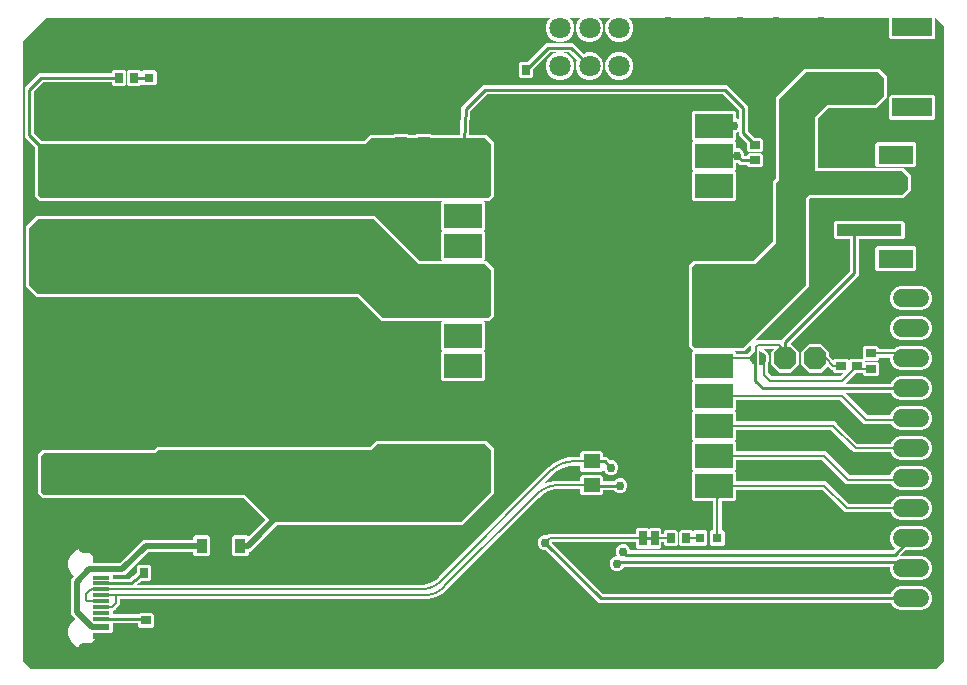
<source format=gbr>
G04 EAGLE Gerber RS-274X export*
G75*
%MOMM*%
%FSLAX34Y34*%
%LPD*%
%INTop Copper*%
%IPPOS*%
%AMOC8*
5,1,8,0,0,1.08239X$1,22.5*%
G01*
%ADD10C,2.184400*%
%ADD11R,2.500000X4.000000*%
%ADD12R,1.000000X1.100000*%
%ADD13R,1.400000X2.200000*%
%ADD14P,2.089446X8X22.500000*%
%ADD15P,2.089446X8X202.500000*%
%ADD16C,1.800000*%
%ADD17R,0.700000X0.850000*%
%ADD18R,0.635000X1.270000*%
%ADD19C,0.254000*%
%ADD20R,0.800000X0.800000*%
%ADD21C,1.524000*%
%ADD22R,3.200400X2.032000*%
%ADD23R,1.400000X1.200000*%
%ADD24R,2.800000X2.800000*%
%ADD25R,2.200000X3.500000*%
%ADD26R,1.100000X1.000000*%
%ADD27R,0.850000X0.700000*%
%ADD28R,1.450000X0.300000*%
%ADD29R,1.450000X0.600000*%
%ADD30R,1.450000X0.550000*%
%ADD31C,1.000000*%
%ADD32R,5.500000X1.000000*%
%ADD33R,3.000000X1.600000*%
%ADD34R,4.600000X1.000000*%
%ADD35R,3.400000X1.600000*%
%ADD36R,0.200000X0.500000*%
%ADD37P,2.089446X8X292.500000*%
%ADD38R,0.910000X1.220000*%
%ADD39C,0.200000*%
%ADD40C,0.756400*%
%ADD41C,0.508000*%

G36*
X783193Y10157D02*
X783193Y10157D01*
X783195Y10157D01*
X789943Y16905D01*
X789943Y16907D01*
X789944Y16907D01*
X789945Y16909D01*
X789945Y554591D01*
X789943Y554593D01*
X789943Y554595D01*
X783195Y561343D01*
X783193Y561343D01*
X783193Y561344D01*
X783191Y561345D01*
X782570Y561345D01*
X782565Y561340D01*
X782566Y561340D01*
X782565Y561340D01*
X782565Y544380D01*
X781080Y542895D01*
X744980Y542895D01*
X743495Y544380D01*
X743495Y561340D01*
X743490Y561345D01*
X743490Y561344D01*
X743490Y561345D01*
X522250Y561345D01*
X522249Y561344D01*
X522247Y561344D01*
X522247Y561342D01*
X522245Y561340D01*
X522247Y561339D01*
X522247Y561336D01*
X524599Y558984D01*
X526355Y554744D01*
X526355Y550156D01*
X524599Y545916D01*
X521354Y542671D01*
X517115Y540915D01*
X512525Y540915D01*
X508286Y542671D01*
X505041Y545916D01*
X503285Y550155D01*
X503285Y554745D01*
X505041Y558984D01*
X507393Y561336D01*
X507393Y561338D01*
X507395Y561339D01*
X507393Y561341D01*
X507394Y561343D01*
X507391Y561343D01*
X507390Y561345D01*
X497250Y561345D01*
X497249Y561344D01*
X497247Y561344D01*
X497247Y561342D01*
X497245Y561340D01*
X497247Y561339D01*
X497247Y561336D01*
X499599Y558984D01*
X501355Y554744D01*
X501355Y550156D01*
X499599Y545916D01*
X496354Y542671D01*
X492115Y540915D01*
X487525Y540915D01*
X483286Y542671D01*
X480041Y545916D01*
X478285Y550155D01*
X478285Y554745D01*
X480041Y558984D01*
X482393Y561336D01*
X482393Y561338D01*
X482395Y561339D01*
X482393Y561341D01*
X482394Y561343D01*
X482391Y561343D01*
X482390Y561345D01*
X472250Y561345D01*
X472249Y561344D01*
X472247Y561344D01*
X472247Y561342D01*
X472245Y561340D01*
X472247Y561339D01*
X472247Y561336D01*
X474599Y558984D01*
X476355Y554744D01*
X476355Y550156D01*
X474599Y545916D01*
X471354Y542671D01*
X467115Y540915D01*
X462525Y540915D01*
X458286Y542671D01*
X455041Y545916D01*
X453285Y550155D01*
X453285Y554745D01*
X455041Y558984D01*
X457393Y561336D01*
X457393Y561338D01*
X457395Y561339D01*
X457393Y561341D01*
X457394Y561343D01*
X457391Y561343D01*
X457390Y561345D01*
X29609Y561345D01*
X29607Y561343D01*
X29605Y561343D01*
X10157Y541895D01*
X10156Y541893D01*
X10155Y541892D01*
X10155Y541891D01*
X10155Y16909D01*
X10157Y16907D01*
X10157Y16905D01*
X16905Y10157D01*
X16907Y10156D01*
X16909Y10155D01*
X783191Y10155D01*
X783193Y10157D01*
G37*
%LPC*%
G36*
X365726Y254005D02*
X365726Y254005D01*
X364241Y255490D01*
X364241Y277910D01*
X365727Y279396D01*
X365728Y279403D01*
X365727Y279403D01*
X365727Y279404D01*
X364241Y280890D01*
X364241Y303310D01*
X365600Y304669D01*
X365600Y304671D01*
X365601Y304672D01*
X365600Y304674D01*
X365600Y304676D01*
X365598Y304676D01*
X365597Y304678D01*
X313857Y304678D01*
X293539Y324996D01*
X293536Y324997D01*
X293535Y324998D01*
X21757Y324998D01*
X12578Y334177D01*
X12578Y384643D01*
X21757Y393822D01*
X308443Y393822D01*
X346541Y355724D01*
X346544Y355723D01*
X346545Y355722D01*
X365597Y355722D01*
X365598Y355723D01*
X365600Y355723D01*
X365600Y355725D01*
X365601Y355727D01*
X365600Y355728D01*
X365600Y355731D01*
X364241Y357090D01*
X364241Y379510D01*
X365727Y380996D01*
X365728Y381003D01*
X365727Y381003D01*
X365727Y381004D01*
X364241Y382490D01*
X364241Y404910D01*
X365600Y406269D01*
X365600Y406271D01*
X365601Y406272D01*
X365600Y406274D01*
X365600Y406276D01*
X365598Y406276D01*
X365597Y406278D01*
X274085Y406278D01*
X274083Y406276D01*
X274082Y406276D01*
X273900Y406095D01*
X246800Y406095D01*
X246618Y406276D01*
X246616Y406277D01*
X246615Y406278D01*
X24297Y406278D01*
X20198Y410377D01*
X20198Y451939D01*
X20196Y451941D01*
X20196Y451942D01*
X11435Y460704D01*
X11435Y501956D01*
X13665Y504187D01*
X23824Y514345D01*
X85250Y514345D01*
X85255Y514350D01*
X85254Y514350D01*
X85255Y514350D01*
X85255Y515840D01*
X86740Y517325D01*
X95840Y517325D01*
X97325Y515840D01*
X97325Y505240D01*
X95840Y503755D01*
X86740Y503755D01*
X85255Y505240D01*
X85255Y506730D01*
X85250Y506735D01*
X85250Y506734D01*
X85250Y506735D01*
X26978Y506735D01*
X26976Y506733D01*
X26975Y506733D01*
X19047Y498805D01*
X19047Y498804D01*
X19045Y498803D01*
X19046Y498802D01*
X19045Y498802D01*
X19045Y463858D01*
X19047Y463856D01*
X19047Y463855D01*
X25578Y457324D01*
X25580Y457323D01*
X25581Y457323D01*
X25581Y457322D01*
X298615Y457322D01*
X298617Y457324D01*
X298619Y457324D01*
X303697Y462402D01*
X323465Y462402D01*
X323467Y462404D01*
X323468Y462404D01*
X324150Y463085D01*
X336250Y463085D01*
X336932Y462404D01*
X336934Y462403D01*
X336935Y462402D01*
X342515Y462402D01*
X342517Y462404D01*
X342518Y462404D01*
X343200Y463085D01*
X355300Y463085D01*
X355982Y462404D01*
X355984Y462403D01*
X355985Y462402D01*
X379887Y462402D01*
X379892Y462407D01*
X379893Y462435D01*
X379895Y462460D01*
X379896Y462485D01*
X379897Y462510D01*
X379901Y462579D01*
X379902Y462604D01*
X379903Y462629D01*
X379905Y462654D01*
X379910Y462748D01*
X379911Y462773D01*
X379912Y462798D01*
X379913Y462823D01*
X379918Y462917D01*
X379920Y462942D01*
X379921Y462967D01*
X379926Y463061D01*
X379927Y463086D01*
X379928Y463111D01*
X379930Y463136D01*
X379934Y463230D01*
X379936Y463255D01*
X379937Y463280D01*
X379938Y463305D01*
X379942Y463374D01*
X379943Y463399D01*
X379944Y463424D01*
X379946Y463449D01*
X379951Y463543D01*
X379952Y463568D01*
X379953Y463593D01*
X379954Y463618D01*
X379958Y463687D01*
X379959Y463712D01*
X379961Y463737D01*
X379962Y463762D01*
X379967Y463856D01*
X379968Y463881D01*
X379969Y463906D01*
X379971Y463931D01*
X379975Y464025D01*
X379976Y464025D01*
X379975Y464025D01*
X379977Y464050D01*
X379978Y464075D01*
X379983Y464169D01*
X379984Y464194D01*
X379985Y464219D01*
X379986Y464219D01*
X379985Y464219D01*
X379987Y464244D01*
X379992Y464338D01*
X379993Y464363D01*
X379994Y464388D01*
X379995Y464413D01*
X379996Y464413D01*
X379999Y464482D01*
X380000Y464507D01*
X380002Y464532D01*
X380003Y464557D01*
X380008Y464651D01*
X380009Y464676D01*
X380010Y464701D01*
X380012Y464726D01*
X380015Y464795D01*
X380017Y464820D01*
X380018Y464845D01*
X380019Y464870D01*
X380024Y464964D01*
X380025Y464989D01*
X380027Y465014D01*
X380028Y465039D01*
X380033Y465133D01*
X380034Y465158D01*
X380035Y465183D01*
X380040Y465277D01*
X380041Y465302D01*
X380043Y465327D01*
X380044Y465352D01*
X380049Y465446D01*
X380050Y465471D01*
X380051Y465496D01*
X380056Y465590D01*
X380058Y465615D01*
X380059Y465640D01*
X380060Y465665D01*
X380065Y465759D01*
X380066Y465784D01*
X380068Y465809D01*
X380069Y465834D01*
X380072Y465903D01*
X380074Y465928D01*
X380075Y465953D01*
X380076Y465978D01*
X380081Y466072D01*
X380082Y466097D01*
X380084Y466122D01*
X380085Y466147D01*
X380090Y466241D01*
X380091Y466266D01*
X380092Y466291D01*
X380097Y466385D01*
X380099Y466410D01*
X380100Y466435D01*
X380101Y466460D01*
X380106Y466554D01*
X380107Y466579D01*
X380109Y466604D01*
X380113Y466698D01*
X380115Y466723D01*
X380116Y466748D01*
X380117Y466773D01*
X380122Y466867D01*
X380123Y466892D01*
X380125Y466917D01*
X380126Y466942D01*
X380130Y467011D01*
X380131Y467036D01*
X380132Y467061D01*
X380133Y467086D01*
X380138Y467180D01*
X380140Y467205D01*
X380141Y467230D01*
X380142Y467255D01*
X380147Y467349D01*
X380148Y467374D01*
X380150Y467399D01*
X380154Y467493D01*
X380155Y467493D01*
X380154Y467493D01*
X380156Y467518D01*
X380157Y467543D01*
X380158Y467568D01*
X380163Y467662D01*
X380164Y467687D01*
X380165Y467687D01*
X380164Y467687D01*
X380166Y467712D01*
X380171Y467806D01*
X380172Y467831D01*
X380173Y467856D01*
X380174Y467881D01*
X380175Y467881D01*
X380179Y467975D01*
X380181Y468000D01*
X380182Y468025D01*
X380183Y468050D01*
X380187Y468119D01*
X380188Y468144D01*
X380189Y468169D01*
X380191Y468194D01*
X380196Y468288D01*
X380197Y468313D01*
X380198Y468338D01*
X380199Y468363D01*
X380203Y468432D01*
X380204Y468457D01*
X380206Y468482D01*
X380207Y468507D01*
X380212Y468601D01*
X380213Y468626D01*
X380214Y468651D01*
X380216Y468676D01*
X380220Y468770D01*
X380222Y468795D01*
X380223Y468820D01*
X380228Y468914D01*
X380229Y468939D01*
X380230Y468964D01*
X380232Y468989D01*
X380237Y469083D01*
X380238Y469108D01*
X380239Y469133D01*
X380240Y469158D01*
X380244Y469227D01*
X380245Y469252D01*
X380247Y469277D01*
X380248Y469302D01*
X380253Y469396D01*
X380254Y469421D01*
X380255Y469446D01*
X380257Y469471D01*
X380260Y469540D01*
X380261Y469565D01*
X380263Y469590D01*
X380264Y469615D01*
X380269Y469709D01*
X380270Y469734D01*
X380271Y469759D01*
X380273Y469784D01*
X380278Y469878D01*
X380279Y469903D01*
X380280Y469928D01*
X380285Y470022D01*
X380286Y470047D01*
X380288Y470072D01*
X380289Y470097D01*
X380294Y470191D01*
X380295Y470216D01*
X380296Y470241D01*
X380298Y470266D01*
X380301Y470335D01*
X380302Y470360D01*
X380304Y470385D01*
X380305Y470410D01*
X380310Y470504D01*
X380311Y470529D01*
X380312Y470554D01*
X380314Y470579D01*
X380317Y470648D01*
X380319Y470673D01*
X380320Y470698D01*
X380321Y470723D01*
X380326Y470817D01*
X380327Y470842D01*
X380329Y470867D01*
X380330Y470892D01*
X380335Y470986D01*
X380336Y471011D01*
X380337Y471036D01*
X380342Y471130D01*
X380343Y471155D01*
X380344Y471155D01*
X380343Y471155D01*
X380345Y471180D01*
X380346Y471205D01*
X380351Y471299D01*
X380352Y471324D01*
X380353Y471349D01*
X380354Y471349D01*
X380353Y471349D01*
X380358Y471443D01*
X380360Y471468D01*
X380361Y471493D01*
X380362Y471518D01*
X380367Y471612D01*
X380368Y471637D01*
X380370Y471662D01*
X380371Y471687D01*
X380375Y471756D01*
X380376Y471781D01*
X380377Y471806D01*
X380378Y471831D01*
X380383Y471925D01*
X380385Y471950D01*
X380386Y471975D01*
X380387Y472000D01*
X380392Y472094D01*
X380393Y472119D01*
X380395Y472144D01*
X380399Y472238D01*
X380401Y472263D01*
X380402Y472288D01*
X380403Y472313D01*
X380408Y472407D01*
X380409Y472432D01*
X380411Y472457D01*
X380416Y472551D01*
X380417Y472576D01*
X380418Y472601D01*
X380419Y472626D01*
X380424Y472720D01*
X380426Y472745D01*
X380427Y472770D01*
X380428Y472795D01*
X380432Y472864D01*
X380433Y472889D01*
X380434Y472914D01*
X380436Y472939D01*
X380440Y473033D01*
X380442Y473058D01*
X380443Y473083D01*
X380444Y473108D01*
X380448Y473177D01*
X380449Y473202D01*
X380450Y473227D01*
X380452Y473252D01*
X380457Y473346D01*
X380458Y473371D01*
X380459Y473396D01*
X380460Y473421D01*
X380465Y473515D01*
X380467Y473540D01*
X380468Y473565D01*
X380473Y473659D01*
X380474Y473684D01*
X380475Y473709D01*
X380477Y473734D01*
X380481Y473828D01*
X380483Y473853D01*
X380484Y473878D01*
X380485Y473903D01*
X380489Y473972D01*
X380490Y473997D01*
X380491Y474022D01*
X380493Y474047D01*
X380498Y474141D01*
X380499Y474166D01*
X380500Y474191D01*
X380501Y474216D01*
X380505Y474285D01*
X380505Y474286D01*
X380506Y474310D01*
X380508Y474335D01*
X380509Y474360D01*
X380514Y474454D01*
X380515Y474479D01*
X380516Y474504D01*
X380518Y474529D01*
X380522Y474623D01*
X380523Y474623D01*
X380522Y474623D01*
X380524Y474648D01*
X380525Y474673D01*
X380530Y474767D01*
X380531Y474792D01*
X380532Y474817D01*
X380533Y474817D01*
X380532Y474817D01*
X380534Y474842D01*
X380539Y474936D01*
X380540Y474961D01*
X380541Y474986D01*
X380542Y475011D01*
X380543Y475011D01*
X380546Y475080D01*
X380546Y475081D01*
X380547Y475105D01*
X380549Y475130D01*
X380550Y475155D01*
X380555Y475249D01*
X380556Y475274D01*
X380557Y475299D01*
X380559Y475324D01*
X380562Y475393D01*
X380562Y475394D01*
X380564Y475418D01*
X380565Y475443D01*
X380566Y475468D01*
X380571Y475562D01*
X380572Y475587D01*
X380574Y475612D01*
X380575Y475637D01*
X380580Y475731D01*
X380581Y475756D01*
X380582Y475781D01*
X380587Y475875D01*
X380587Y475876D01*
X380588Y475900D01*
X380590Y475925D01*
X380591Y475950D01*
X380596Y476044D01*
X380597Y476069D01*
X380598Y476094D01*
X380603Y476188D01*
X380603Y476189D01*
X380605Y476213D01*
X380606Y476238D01*
X380607Y476263D01*
X380612Y476357D01*
X380613Y476382D01*
X380615Y476407D01*
X380616Y476432D01*
X380619Y476502D01*
X380621Y476526D01*
X380622Y476551D01*
X380623Y476576D01*
X380628Y476670D01*
X380628Y476671D01*
X380629Y476695D01*
X380631Y476720D01*
X380632Y476745D01*
X380637Y476839D01*
X380638Y476864D01*
X380639Y476889D01*
X380644Y476983D01*
X380644Y476984D01*
X380646Y477008D01*
X380647Y477033D01*
X380648Y477058D01*
X380653Y477152D01*
X380654Y477177D01*
X380656Y477202D01*
X380660Y477297D01*
X380662Y477321D01*
X380663Y477346D01*
X380664Y477371D01*
X380669Y477465D01*
X380669Y477466D01*
X380670Y477490D01*
X380672Y477515D01*
X380673Y477540D01*
X380677Y477610D01*
X380678Y477634D01*
X380679Y477659D01*
X380680Y477684D01*
X380685Y477778D01*
X380685Y477779D01*
X380687Y477803D01*
X380688Y477828D01*
X380689Y477853D01*
X380694Y477947D01*
X380695Y477972D01*
X380697Y477997D01*
X380701Y478092D01*
X380702Y478092D01*
X380701Y478092D01*
X380703Y478116D01*
X380704Y478141D01*
X380705Y478166D01*
X380710Y478260D01*
X380710Y478261D01*
X380711Y478285D01*
X380712Y478285D01*
X380711Y478285D01*
X380713Y478310D01*
X380718Y478405D01*
X380719Y478429D01*
X380720Y478454D01*
X380721Y478479D01*
X380722Y478479D01*
X380726Y478573D01*
X380726Y478574D01*
X380728Y478598D01*
X380729Y478623D01*
X380730Y478648D01*
X380734Y478718D01*
X380735Y478742D01*
X380736Y478767D01*
X380738Y478792D01*
X380743Y478887D01*
X380744Y478911D01*
X380745Y478936D01*
X380746Y478961D01*
X380750Y479031D01*
X380751Y479055D01*
X380751Y479056D01*
X380753Y479080D01*
X380754Y479105D01*
X380759Y479200D01*
X380760Y479224D01*
X380761Y479249D01*
X380763Y479274D01*
X380767Y479368D01*
X380767Y479369D01*
X380769Y479393D01*
X380770Y479418D01*
X380775Y479513D01*
X380776Y479537D01*
X380777Y479562D01*
X380779Y479587D01*
X380784Y479682D01*
X380785Y479706D01*
X380786Y479731D01*
X380787Y479756D01*
X380791Y479826D01*
X380792Y479850D01*
X380792Y479851D01*
X380794Y479875D01*
X380795Y479900D01*
X380800Y479995D01*
X380801Y480019D01*
X380802Y480044D01*
X380804Y480069D01*
X380807Y480139D01*
X380808Y480163D01*
X380808Y480164D01*
X380810Y480188D01*
X380811Y480213D01*
X380816Y480308D01*
X380817Y480332D01*
X380818Y480357D01*
X380820Y480382D01*
X380825Y480477D01*
X380826Y480501D01*
X380827Y480526D01*
X380832Y480621D01*
X380833Y480645D01*
X380833Y480646D01*
X380835Y480670D01*
X380836Y480695D01*
X380841Y480790D01*
X380842Y480814D01*
X380843Y480839D01*
X380845Y480864D01*
X380848Y480934D01*
X380849Y480958D01*
X380849Y480959D01*
X380851Y480983D01*
X380852Y481008D01*
X380857Y481103D01*
X380858Y481127D01*
X380859Y481152D01*
X380861Y481177D01*
X380864Y481247D01*
X380866Y481272D01*
X380867Y481296D01*
X380868Y481321D01*
X380873Y481416D01*
X380874Y481440D01*
X380874Y481441D01*
X380876Y481465D01*
X380877Y481490D01*
X380882Y481585D01*
X380883Y481609D01*
X380884Y481634D01*
X380889Y481729D01*
X380890Y481753D01*
X380891Y481754D01*
X380890Y481754D01*
X380892Y481778D01*
X380893Y481803D01*
X380898Y481898D01*
X380899Y481922D01*
X380900Y481947D01*
X380901Y481947D01*
X380900Y481947D01*
X380905Y482042D01*
X380907Y482067D01*
X380908Y482091D01*
X380909Y482116D01*
X380914Y482211D01*
X380915Y482235D01*
X380915Y482236D01*
X380917Y482260D01*
X380918Y482285D01*
X380922Y482355D01*
X380923Y482380D01*
X380924Y482404D01*
X380925Y482429D01*
X380930Y482524D01*
X380932Y482548D01*
X380932Y482549D01*
X380933Y482573D01*
X380934Y482598D01*
X380939Y482693D01*
X380940Y482717D01*
X380942Y482742D01*
X380946Y482837D01*
X380948Y482862D01*
X380949Y482886D01*
X380950Y482911D01*
X380955Y483006D01*
X380956Y483030D01*
X380956Y483031D01*
X380958Y483055D01*
X380963Y483150D01*
X380964Y483175D01*
X380965Y483199D01*
X380966Y483224D01*
X380971Y483319D01*
X380973Y483343D01*
X380973Y483344D01*
X380974Y483368D01*
X380975Y483393D01*
X380979Y483463D01*
X380980Y483488D01*
X380981Y483512D01*
X380983Y483537D01*
X380987Y483632D01*
X380989Y483657D01*
X380990Y483681D01*
X380991Y483706D01*
X380995Y483776D01*
X380996Y483801D01*
X380997Y483825D01*
X380997Y483826D01*
X380999Y483850D01*
X381004Y483945D01*
X381005Y483968D01*
X381005Y485446D01*
X381084Y485525D01*
X381084Y485527D01*
X381085Y485529D01*
X381086Y485540D01*
X381088Y485584D01*
X381089Y485609D01*
X381090Y485609D01*
X381089Y485609D01*
X381091Y485640D01*
X382189Y486630D01*
X397513Y501955D01*
X399744Y504185D01*
X606096Y504185D01*
X623565Y486716D01*
X623565Y465278D01*
X623567Y465276D01*
X623567Y465275D01*
X629265Y459577D01*
X629267Y459576D01*
X629268Y459575D01*
X635220Y459575D01*
X636705Y458090D01*
X636705Y448990D01*
X635220Y447505D01*
X624620Y447505D01*
X623135Y448990D01*
X623135Y454942D01*
X623133Y454944D01*
X623133Y454945D01*
X615955Y462124D01*
X615955Y464769D01*
X615954Y464770D01*
X615954Y464772D01*
X615952Y464772D01*
X615950Y464774D01*
X615949Y464772D01*
X615946Y464772D01*
X615718Y464545D01*
X613916Y463798D01*
X613915Y463795D01*
X613913Y463793D01*
X613913Y458690D01*
X612427Y457204D01*
X612426Y457197D01*
X612427Y457197D01*
X612427Y457196D01*
X613913Y455710D01*
X613913Y450822D01*
X613918Y450817D01*
X613918Y450818D01*
X613918Y450817D01*
X615937Y450817D01*
X618258Y449855D01*
X620035Y448078D01*
X620997Y445757D01*
X620997Y444350D01*
X621002Y444345D01*
X621002Y444346D01*
X621002Y444345D01*
X623130Y444345D01*
X623135Y444350D01*
X623134Y444350D01*
X623135Y444350D01*
X623135Y445090D01*
X624620Y446575D01*
X635220Y446575D01*
X636705Y445090D01*
X636705Y435990D01*
X635220Y434505D01*
X624620Y434505D01*
X623135Y435990D01*
X623135Y436730D01*
X623130Y436735D01*
X623130Y436734D01*
X623130Y436735D01*
X617064Y436735D01*
X615617Y438181D01*
X615615Y438182D01*
X615614Y438183D01*
X613918Y438183D01*
X613913Y438178D01*
X613914Y438178D01*
X613913Y438178D01*
X613913Y433290D01*
X612427Y431804D01*
X612426Y431797D01*
X612427Y431797D01*
X612427Y431796D01*
X613913Y430310D01*
X613913Y407890D01*
X612428Y406405D01*
X578324Y406405D01*
X576839Y407890D01*
X576839Y430310D01*
X578325Y431796D01*
X578326Y431803D01*
X578325Y431803D01*
X578325Y431804D01*
X576839Y433290D01*
X576839Y455710D01*
X578325Y457196D01*
X578326Y457203D01*
X578325Y457203D01*
X578325Y457204D01*
X576839Y458690D01*
X576839Y481110D01*
X578324Y482595D01*
X612428Y482595D01*
X613913Y481110D01*
X613913Y476007D01*
X613916Y476004D01*
X613916Y476002D01*
X615718Y475255D01*
X615946Y475028D01*
X615948Y475027D01*
X615949Y475026D01*
X615950Y475026D01*
X615951Y475027D01*
X615953Y475027D01*
X615953Y475029D01*
X615955Y475031D01*
X615955Y483562D01*
X615953Y483564D01*
X615953Y483565D01*
X602945Y496573D01*
X602943Y496574D01*
X602942Y496575D01*
X402898Y496575D01*
X402896Y496573D01*
X402895Y496573D01*
X388536Y482215D01*
X388536Y482213D01*
X388535Y482212D01*
X388535Y482211D01*
X388532Y482162D01*
X388531Y482137D01*
X388530Y482113D01*
X388530Y482112D01*
X388528Y482088D01*
X388523Y481993D01*
X388522Y481968D01*
X388521Y481944D01*
X388516Y481849D01*
X388515Y481824D01*
X388513Y481800D01*
X388513Y481799D01*
X388512Y481775D01*
X388507Y481680D01*
X388506Y481655D01*
X388505Y481631D01*
X388503Y481606D01*
X388500Y481536D01*
X388499Y481511D01*
X388498Y481511D01*
X388499Y481511D01*
X388497Y481486D01*
X388496Y481462D01*
X388491Y481367D01*
X388490Y481342D01*
X388489Y481318D01*
X388488Y481318D01*
X388489Y481317D01*
X388487Y481293D01*
X388484Y481223D01*
X388482Y481198D01*
X388481Y481173D01*
X388480Y481149D01*
X388475Y481054D01*
X388474Y481029D01*
X388472Y481005D01*
X388472Y481004D01*
X388471Y480980D01*
X388466Y480885D01*
X388465Y480860D01*
X388464Y480836D01*
X388459Y480741D01*
X388457Y480716D01*
X388456Y480691D01*
X388455Y480667D01*
X388450Y480572D01*
X388449Y480547D01*
X388447Y480523D01*
X388447Y480522D01*
X388446Y480498D01*
X388443Y480428D01*
X388441Y480403D01*
X388440Y480378D01*
X388439Y480354D01*
X388434Y480259D01*
X388433Y480234D01*
X388431Y480209D01*
X388430Y480185D01*
X388426Y480115D01*
X388425Y480090D01*
X388424Y480065D01*
X388423Y480041D01*
X388418Y479946D01*
X388416Y479921D01*
X388415Y479896D01*
X388414Y479872D01*
X388409Y479777D01*
X388408Y479752D01*
X388406Y479728D01*
X388406Y479727D01*
X388402Y479633D01*
X388400Y479608D01*
X388399Y479583D01*
X388398Y479559D01*
X388393Y479464D01*
X388392Y479439D01*
X388390Y479414D01*
X388385Y479320D01*
X388384Y479295D01*
X388383Y479270D01*
X388382Y479246D01*
X388377Y479151D01*
X388375Y479126D01*
X388374Y479101D01*
X388373Y479077D01*
X388369Y479007D01*
X388368Y478982D01*
X388367Y478957D01*
X388365Y478933D01*
X388365Y478932D01*
X388361Y478838D01*
X388359Y478813D01*
X388358Y478788D01*
X388357Y478764D01*
X388353Y478694D01*
X388352Y478669D01*
X388351Y478644D01*
X388349Y478619D01*
X388344Y478525D01*
X388343Y478500D01*
X388342Y478475D01*
X388341Y478451D01*
X388336Y478356D01*
X388334Y478331D01*
X388333Y478306D01*
X388328Y478212D01*
X388327Y478187D01*
X388326Y478162D01*
X388324Y478138D01*
X388324Y478137D01*
X388320Y478043D01*
X388319Y478043D01*
X388320Y478043D01*
X388318Y478018D01*
X388317Y477993D01*
X388312Y477899D01*
X388311Y477874D01*
X388310Y477849D01*
X388309Y477849D01*
X388310Y477849D01*
X388308Y477824D01*
X388303Y477730D01*
X388302Y477705D01*
X388301Y477680D01*
X388300Y477656D01*
X388299Y477656D01*
X388296Y477586D01*
X388295Y477561D01*
X388293Y477536D01*
X388292Y477511D01*
X388287Y477417D01*
X388286Y477392D01*
X388285Y477367D01*
X388283Y477343D01*
X388283Y477342D01*
X388280Y477273D01*
X388278Y477248D01*
X388277Y477223D01*
X388276Y477198D01*
X388271Y477104D01*
X388270Y477079D01*
X388268Y477054D01*
X388267Y477029D01*
X388262Y476935D01*
X388261Y476910D01*
X388260Y476885D01*
X388255Y476791D01*
X388254Y476766D01*
X388252Y476741D01*
X388251Y476716D01*
X388246Y476622D01*
X388245Y476597D01*
X388244Y476572D01*
X388242Y476548D01*
X388242Y476547D01*
X388239Y476478D01*
X388237Y476453D01*
X388236Y476428D01*
X388235Y476403D01*
X388230Y476309D01*
X388229Y476284D01*
X388227Y476259D01*
X388226Y476234D01*
X388223Y476165D01*
X388221Y476140D01*
X388220Y476115D01*
X388219Y476090D01*
X388214Y475996D01*
X388213Y475971D01*
X388211Y475946D01*
X388210Y475921D01*
X388205Y475827D01*
X388204Y475802D01*
X388203Y475777D01*
X388198Y475683D01*
X388196Y475658D01*
X388195Y475633D01*
X388194Y475608D01*
X388189Y475514D01*
X388188Y475489D01*
X388186Y475464D01*
X388182Y475370D01*
X388180Y475345D01*
X388179Y475320D01*
X388178Y475295D01*
X388173Y475201D01*
X388172Y475176D01*
X388170Y475151D01*
X388169Y475126D01*
X388165Y475057D01*
X388164Y475032D01*
X388163Y475007D01*
X388162Y474982D01*
X388157Y474888D01*
X388155Y474863D01*
X388154Y474838D01*
X388153Y474813D01*
X388149Y474744D01*
X388148Y474719D01*
X388147Y474694D01*
X388145Y474669D01*
X388141Y474575D01*
X388140Y474575D01*
X388141Y474575D01*
X388139Y474550D01*
X388138Y474525D01*
X388137Y474500D01*
X388132Y474406D01*
X388131Y474381D01*
X388130Y474381D01*
X388131Y474381D01*
X388129Y474356D01*
X388124Y474262D01*
X388123Y474237D01*
X388122Y474212D01*
X388121Y474187D01*
X388120Y474187D01*
X388116Y474093D01*
X388114Y474068D01*
X388113Y474043D01*
X388108Y473949D01*
X388107Y473924D01*
X388106Y473899D01*
X388104Y473874D01*
X388099Y473780D01*
X388098Y473755D01*
X388097Y473730D01*
X388096Y473705D01*
X388092Y473636D01*
X388091Y473611D01*
X388089Y473586D01*
X388088Y473561D01*
X388083Y473467D01*
X388082Y473442D01*
X388081Y473417D01*
X388079Y473392D01*
X388076Y473323D01*
X388075Y473298D01*
X388073Y473273D01*
X388072Y473248D01*
X388067Y473154D01*
X388066Y473129D01*
X388065Y473104D01*
X388063Y473079D01*
X388058Y472985D01*
X388057Y472960D01*
X388056Y472935D01*
X388051Y472841D01*
X388050Y472816D01*
X388048Y472791D01*
X388047Y472766D01*
X388042Y472672D01*
X388041Y472647D01*
X388040Y472622D01*
X388038Y472597D01*
X388035Y472528D01*
X388034Y472503D01*
X388032Y472478D01*
X388031Y472453D01*
X388026Y472359D01*
X388025Y472334D01*
X388024Y472309D01*
X388022Y472284D01*
X388019Y472215D01*
X388017Y472190D01*
X388016Y472165D01*
X388015Y472140D01*
X388010Y472046D01*
X388009Y472021D01*
X388007Y471996D01*
X388006Y471971D01*
X388001Y471877D01*
X388000Y471852D01*
X387999Y471827D01*
X387994Y471733D01*
X387993Y471708D01*
X387991Y471683D01*
X387990Y471658D01*
X387985Y471564D01*
X387984Y471539D01*
X387983Y471514D01*
X387978Y471420D01*
X387976Y471395D01*
X387975Y471370D01*
X387974Y471345D01*
X387969Y471251D01*
X387968Y471226D01*
X387966Y471201D01*
X387965Y471176D01*
X387962Y471107D01*
X387961Y471107D01*
X387962Y471107D01*
X387960Y471082D01*
X387959Y471057D01*
X387958Y471032D01*
X387953Y470938D01*
X387952Y470913D01*
X387951Y470913D01*
X387952Y470913D01*
X387950Y470888D01*
X387949Y470863D01*
X387945Y470794D01*
X387944Y470769D01*
X387943Y470744D01*
X387942Y470719D01*
X387941Y470719D01*
X387937Y470625D01*
X387935Y470600D01*
X387934Y470575D01*
X387933Y470550D01*
X387928Y470456D01*
X387927Y470431D01*
X387925Y470406D01*
X387920Y470312D01*
X387919Y470287D01*
X387918Y470262D01*
X387917Y470237D01*
X387912Y470143D01*
X387910Y470118D01*
X387909Y470093D01*
X387904Y469999D01*
X387903Y469974D01*
X387902Y469949D01*
X387900Y469924D01*
X387896Y469830D01*
X387894Y469805D01*
X387893Y469780D01*
X387892Y469755D01*
X387888Y469686D01*
X387887Y469661D01*
X387886Y469636D01*
X387884Y469611D01*
X387879Y469517D01*
X387878Y469492D01*
X387877Y469467D01*
X387876Y469442D01*
X387872Y469373D01*
X387871Y469348D01*
X387869Y469323D01*
X387868Y469298D01*
X387863Y469204D01*
X387862Y469179D01*
X387861Y469154D01*
X387859Y469129D01*
X387855Y469035D01*
X387853Y469010D01*
X387852Y468985D01*
X387847Y468891D01*
X387846Y468866D01*
X387845Y468841D01*
X387843Y468816D01*
X387838Y468722D01*
X387837Y468697D01*
X387836Y468672D01*
X387831Y468578D01*
X387830Y468553D01*
X387828Y468528D01*
X387827Y468503D01*
X387822Y468409D01*
X387821Y468384D01*
X387820Y468359D01*
X387818Y468334D01*
X387815Y468265D01*
X387814Y468240D01*
X387812Y468215D01*
X387811Y468190D01*
X387806Y468096D01*
X387805Y468071D01*
X387804Y468046D01*
X387802Y468021D01*
X387797Y467927D01*
X387796Y467902D01*
X387795Y467877D01*
X387790Y467783D01*
X387789Y467758D01*
X387787Y467733D01*
X387786Y467708D01*
X387781Y467614D01*
X387780Y467589D01*
X387779Y467564D01*
X387774Y467470D01*
X387773Y467445D01*
X387772Y467445D01*
X387773Y467445D01*
X387771Y467420D01*
X387770Y467395D01*
X387765Y467301D01*
X387764Y467276D01*
X387763Y467251D01*
X387762Y467251D01*
X387763Y467251D01*
X387761Y467226D01*
X387758Y467157D01*
X387756Y467132D01*
X387755Y467107D01*
X387754Y467082D01*
X387749Y466988D01*
X387748Y466963D01*
X387746Y466938D01*
X387745Y466913D01*
X387741Y466844D01*
X387740Y466819D01*
X387739Y466794D01*
X387738Y466769D01*
X387733Y466675D01*
X387731Y466650D01*
X387730Y466625D01*
X387729Y466600D01*
X387724Y466506D01*
X387723Y466481D01*
X387721Y466456D01*
X387717Y466362D01*
X387715Y466337D01*
X387714Y466312D01*
X387713Y466287D01*
X387708Y466193D01*
X387707Y466168D01*
X387705Y466143D01*
X387700Y466049D01*
X387699Y466024D01*
X387698Y465999D01*
X387697Y465974D01*
X387692Y465880D01*
X387690Y465855D01*
X387689Y465830D01*
X387688Y465805D01*
X387684Y465736D01*
X387684Y465735D01*
X387683Y465711D01*
X387682Y465686D01*
X387680Y465661D01*
X387676Y465567D01*
X387674Y465542D01*
X387673Y465517D01*
X387672Y465492D01*
X387668Y465423D01*
X387668Y465422D01*
X387667Y465398D01*
X387666Y465373D01*
X387664Y465348D01*
X387659Y465254D01*
X387658Y465229D01*
X387657Y465204D01*
X387656Y465179D01*
X387651Y465085D01*
X387649Y465060D01*
X387648Y465035D01*
X387643Y464941D01*
X387643Y464940D01*
X387642Y464916D01*
X387641Y464891D01*
X387639Y464866D01*
X387635Y464772D01*
X387633Y464747D01*
X387632Y464722D01*
X387627Y464628D01*
X387627Y464627D01*
X387626Y464603D01*
X387625Y464578D01*
X387623Y464553D01*
X387618Y464459D01*
X387617Y464434D01*
X387616Y464409D01*
X387615Y464384D01*
X387611Y464314D01*
X387610Y464290D01*
X387608Y464265D01*
X387607Y464240D01*
X387602Y464146D01*
X387602Y464145D01*
X387601Y464121D01*
X387600Y464096D01*
X387598Y464071D01*
X387595Y464001D01*
X387594Y463977D01*
X387593Y463977D01*
X387594Y463977D01*
X387592Y463952D01*
X387591Y463927D01*
X387586Y463833D01*
X387586Y463832D01*
X387585Y463808D01*
X387584Y463783D01*
X387583Y463783D01*
X387584Y463783D01*
X387582Y463758D01*
X387577Y463664D01*
X387576Y463639D01*
X387575Y463614D01*
X387570Y463519D01*
X387569Y463495D01*
X387567Y463470D01*
X387566Y463445D01*
X387561Y463351D01*
X387561Y463350D01*
X387560Y463326D01*
X387559Y463301D01*
X387557Y463276D01*
X387554Y463206D01*
X387552Y463182D01*
X387551Y463157D01*
X387550Y463132D01*
X387545Y463038D01*
X387545Y463037D01*
X387544Y463013D01*
X387542Y462988D01*
X387541Y462963D01*
X387538Y462893D01*
X387536Y462869D01*
X387535Y462844D01*
X387534Y462819D01*
X387529Y462724D01*
X387528Y462700D01*
X387526Y462675D01*
X387525Y462650D01*
X387520Y462556D01*
X387520Y462555D01*
X387519Y462531D01*
X387518Y462506D01*
X387513Y462411D01*
X387513Y462407D01*
X387517Y462402D01*
X387517Y462403D01*
X387517Y462402D01*
X402423Y462402D01*
X409062Y455763D01*
X409062Y410377D01*
X404963Y406278D01*
X399959Y406278D01*
X399958Y406277D01*
X399956Y406277D01*
X399956Y406275D01*
X399955Y406273D01*
X399956Y406272D01*
X399956Y406269D01*
X401315Y404910D01*
X401315Y382490D01*
X399829Y381004D01*
X399828Y380997D01*
X399829Y380997D01*
X399829Y380996D01*
X401315Y379510D01*
X401315Y357090D01*
X399956Y355731D01*
X399956Y355729D01*
X399955Y355728D01*
X399956Y355726D01*
X399956Y355724D01*
X399958Y355724D01*
X399959Y355722D01*
X402423Y355722D01*
X409062Y349083D01*
X409062Y308777D01*
X404963Y304678D01*
X399959Y304678D01*
X399958Y304677D01*
X399956Y304677D01*
X399956Y304675D01*
X399955Y304673D01*
X399956Y304672D01*
X399956Y304669D01*
X401315Y303310D01*
X401315Y280890D01*
X399829Y279404D01*
X399828Y279397D01*
X399829Y279397D01*
X399829Y279396D01*
X401315Y277910D01*
X401315Y255490D01*
X399830Y254005D01*
X365726Y254005D01*
G37*
%LPD*%
%LPC*%
G36*
X593000Y114115D02*
X593000Y114115D01*
X591515Y115600D01*
X591515Y125700D01*
X593000Y127185D01*
X594510Y127185D01*
X594515Y127190D01*
X594514Y127190D01*
X594515Y127190D01*
X594515Y152400D01*
X594510Y152405D01*
X594510Y152404D01*
X594510Y152405D01*
X578324Y152405D01*
X576839Y153890D01*
X576839Y176310D01*
X578325Y177796D01*
X578325Y177800D01*
X578326Y177800D01*
X578325Y177801D01*
X578326Y177803D01*
X578325Y177803D01*
X578325Y177804D01*
X576839Y179290D01*
X576839Y201710D01*
X578325Y203196D01*
X578325Y203200D01*
X578326Y203200D01*
X578325Y203201D01*
X578326Y203203D01*
X578325Y203203D01*
X578325Y203204D01*
X576839Y204690D01*
X576839Y227110D01*
X578325Y228596D01*
X578326Y228603D01*
X578325Y228603D01*
X578325Y228604D01*
X576839Y230090D01*
X576839Y252510D01*
X578325Y253996D01*
X578326Y254003D01*
X578325Y254003D01*
X578325Y254004D01*
X576839Y255490D01*
X576839Y277910D01*
X578198Y279269D01*
X578198Y279271D01*
X578199Y279272D01*
X578198Y279274D01*
X578198Y279276D01*
X578196Y279276D01*
X578195Y279278D01*
X578017Y279278D01*
X573918Y283377D01*
X573918Y351623D01*
X578017Y355722D01*
X628815Y355722D01*
X628817Y355724D01*
X628819Y355724D01*
X645036Y371941D01*
X645036Y371943D01*
X645038Y371944D01*
X645037Y371944D01*
X645038Y371945D01*
X645038Y380699D01*
X645249Y380911D01*
X645251Y380914D01*
X645253Y380915D01*
X645286Y381000D01*
X645286Y422991D01*
X647576Y425281D01*
X647576Y425283D01*
X647577Y425284D01*
X647578Y425285D01*
X647578Y493863D01*
X666919Y513204D01*
X670436Y516721D01*
X671997Y518282D01*
X735163Y518282D01*
X741802Y511643D01*
X741802Y494197D01*
X732623Y485018D01*
X691985Y485018D01*
X691983Y485016D01*
X691981Y485016D01*
X683384Y476419D01*
X683383Y476416D01*
X683382Y476415D01*
X683382Y434467D01*
X683387Y434462D01*
X683387Y434463D01*
X683387Y434462D01*
X755483Y434462D01*
X762122Y427823D01*
X762122Y415457D01*
X755483Y408818D01*
X676745Y408818D01*
X676743Y408816D01*
X676741Y408816D01*
X675764Y407839D01*
X675763Y407836D01*
X675762Y407835D01*
X675762Y334177D01*
X620863Y279278D01*
X612557Y279278D01*
X612556Y279277D01*
X612554Y279277D01*
X612554Y279275D01*
X612553Y279273D01*
X612554Y279272D01*
X612554Y279269D01*
X613913Y277910D01*
X613913Y276590D01*
X613918Y276585D01*
X613918Y276586D01*
X613918Y276585D01*
X623912Y276585D01*
X623914Y276587D01*
X623916Y276588D01*
X624085Y276857D01*
X624085Y276858D01*
X624358Y277636D01*
X624435Y277673D01*
X624436Y277676D01*
X624437Y277677D01*
X624437Y277763D01*
X625020Y278346D01*
X625021Y278346D01*
X625459Y279044D01*
X625543Y279063D01*
X625545Y279066D01*
X625547Y279067D01*
X625566Y279151D01*
X626264Y279589D01*
X626264Y279590D01*
X626823Y280149D01*
X626823Y280150D01*
X626825Y280151D01*
X626824Y280152D01*
X626825Y280152D01*
X626825Y283844D01*
X630996Y288015D01*
X651510Y288015D01*
X651515Y288020D01*
X651514Y288020D01*
X651515Y288020D01*
X651515Y288596D01*
X709933Y347015D01*
X709934Y347017D01*
X709935Y347018D01*
X709935Y373780D01*
X709930Y373785D01*
X709930Y373784D01*
X709930Y373785D01*
X697890Y373785D01*
X696405Y375270D01*
X696405Y387370D01*
X697890Y388855D01*
X754990Y388855D01*
X756475Y387370D01*
X756475Y375270D01*
X754990Y373785D01*
X717550Y373785D01*
X717545Y373780D01*
X717546Y373780D01*
X717545Y373780D01*
X717545Y343864D01*
X659127Y285445D01*
X659126Y285443D01*
X659125Y285442D01*
X659125Y285242D01*
X659130Y285237D01*
X659130Y285238D01*
X659130Y285237D01*
X660368Y285237D01*
X667507Y278098D01*
X667507Y268002D01*
X660368Y260863D01*
X650272Y260863D01*
X643133Y268002D01*
X643133Y278098D01*
X645971Y280936D01*
X645971Y280938D01*
X645972Y280939D01*
X645971Y280941D01*
X645971Y280943D01*
X645969Y280943D01*
X645968Y280945D01*
X636434Y280945D01*
X636432Y280943D01*
X636430Y280943D01*
X636430Y280942D01*
X636429Y280940D01*
X636431Y280938D01*
X636431Y280935D01*
X636902Y280675D01*
X636903Y280676D01*
X636903Y280675D01*
X637666Y280441D01*
X637667Y280441D01*
X637668Y280441D01*
X637685Y280442D01*
X637697Y280432D01*
X637698Y280432D01*
X637699Y280431D01*
X637714Y280426D01*
X637722Y280411D01*
X637723Y280410D01*
X637723Y280409D01*
X638327Y279888D01*
X638328Y279888D01*
X638328Y279887D01*
X639027Y279501D01*
X639028Y279501D01*
X639029Y279501D01*
X639046Y279498D01*
X639055Y279486D01*
X639057Y279486D01*
X639057Y279485D01*
X639071Y279477D01*
X639075Y279460D01*
X639076Y279460D01*
X639076Y279459D01*
X639560Y278824D01*
X639561Y278824D01*
X639561Y278823D01*
X640165Y278302D01*
X640167Y278302D01*
X640167Y278301D01*
X640183Y278295D01*
X640190Y278281D01*
X640191Y278280D01*
X640191Y278279D01*
X640203Y278269D01*
X640204Y278252D01*
X640205Y278251D01*
X640205Y278250D01*
X640548Y277529D01*
X640549Y277529D01*
X640548Y277528D01*
X641033Y276893D01*
X641034Y276893D01*
X641034Y276892D01*
X641049Y276883D01*
X641052Y276868D01*
X641054Y276867D01*
X641053Y276866D01*
X641063Y276854D01*
X641062Y276849D01*
X641062Y276848D01*
X641060Y276837D01*
X641061Y276836D01*
X641061Y276835D01*
X641248Y276059D01*
X641249Y276058D01*
X641248Y276058D01*
X641592Y275337D01*
X641593Y275336D01*
X641593Y275335D01*
X641605Y275323D01*
X641606Y275308D01*
X641607Y275307D01*
X641606Y275306D01*
X641613Y275292D01*
X641607Y275276D01*
X641608Y275275D01*
X641607Y275274D01*
X641631Y274476D01*
X641631Y274475D01*
X641830Y273650D01*
X641686Y273414D01*
X641686Y273412D01*
X641685Y273412D01*
X641673Y273048D01*
X641674Y273048D01*
X641673Y273048D01*
X641688Y272561D01*
X641689Y272560D01*
X641689Y272559D01*
X641834Y272311D01*
X641625Y271514D01*
X641626Y271513D01*
X641625Y271513D01*
X641599Y270689D01*
X641536Y270630D01*
X641536Y270628D01*
X641536Y270627D01*
X641536Y270626D01*
X641535Y270625D01*
X641561Y270542D01*
X641180Y269811D01*
X641180Y269810D01*
X641075Y269412D01*
X641076Y269411D01*
X641075Y269411D01*
X641075Y260546D01*
X641077Y260545D01*
X641077Y260543D01*
X644083Y257537D01*
X644085Y257536D01*
X644086Y257535D01*
X702114Y257535D01*
X702115Y257537D01*
X702117Y257537D01*
X705087Y260506D01*
X705087Y260508D01*
X705088Y260509D01*
X705087Y260511D01*
X705087Y260513D01*
X705085Y260513D01*
X705083Y260515D01*
X697010Y260515D01*
X695525Y262000D01*
X695525Y263010D01*
X695520Y263015D01*
X695520Y263014D01*
X695520Y263015D01*
X694646Y263015D01*
X691286Y266374D01*
X691280Y266375D01*
X691280Y266374D01*
X691279Y266374D01*
X685768Y260863D01*
X675672Y260863D01*
X668533Y268002D01*
X668533Y278098D01*
X675672Y285237D01*
X685768Y285237D01*
X692907Y278098D01*
X692907Y274754D01*
X692909Y274753D01*
X692909Y274751D01*
X696039Y271621D01*
X696041Y271621D01*
X696045Y271620D01*
X696045Y271621D01*
X696046Y271621D01*
X697010Y272585D01*
X707610Y272585D01*
X709095Y271100D01*
X709095Y264527D01*
X709096Y264525D01*
X709096Y264524D01*
X709098Y264524D01*
X709100Y264522D01*
X709101Y264523D01*
X709104Y264523D01*
X709493Y264913D01*
X709494Y264915D01*
X709495Y264916D01*
X709495Y271100D01*
X710980Y272585D01*
X720920Y272585D01*
X720925Y272590D01*
X720924Y272590D01*
X720925Y272590D01*
X720925Y281560D01*
X722410Y283045D01*
X733010Y283045D01*
X734495Y281560D01*
X734495Y280550D01*
X734500Y280545D01*
X734500Y280546D01*
X734500Y280545D01*
X747512Y280545D01*
X747513Y280547D01*
X747515Y280547D01*
X748628Y281659D01*
X752360Y283205D01*
X771640Y283205D01*
X775372Y281659D01*
X778229Y278802D01*
X779775Y275070D01*
X779775Y271030D01*
X778229Y267298D01*
X775372Y264441D01*
X771640Y262895D01*
X752360Y262895D01*
X748628Y264441D01*
X745771Y267298D01*
X744225Y271030D01*
X744225Y273470D01*
X744220Y273475D01*
X744220Y273474D01*
X744220Y273475D01*
X734500Y273475D01*
X734495Y273470D01*
X734496Y273470D01*
X734495Y273470D01*
X734495Y272460D01*
X733010Y270975D01*
X723070Y270975D01*
X723065Y270970D01*
X723066Y270970D01*
X723065Y270970D01*
X723065Y270050D01*
X723070Y270045D01*
X723070Y270046D01*
X723070Y270045D01*
X733010Y270045D01*
X734495Y268560D01*
X734495Y259460D01*
X733010Y257975D01*
X722410Y257975D01*
X720925Y259460D01*
X720925Y260470D01*
X720920Y260475D01*
X720920Y260474D01*
X720920Y260475D01*
X717356Y260475D01*
X717317Y260513D01*
X717315Y260514D01*
X717314Y260515D01*
X715096Y260515D01*
X715095Y260513D01*
X715093Y260513D01*
X706043Y251464D01*
X706043Y251462D01*
X706042Y251461D01*
X706043Y251459D01*
X706043Y251457D01*
X706045Y251457D01*
X706047Y251455D01*
X744961Y251455D01*
X744964Y251458D01*
X744966Y251458D01*
X745771Y253402D01*
X748628Y256259D01*
X752360Y257805D01*
X771640Y257805D01*
X775372Y256259D01*
X778229Y253402D01*
X779775Y249670D01*
X779775Y245630D01*
X778229Y241898D01*
X775372Y239041D01*
X771640Y237495D01*
X752360Y237495D01*
X748628Y239041D01*
X745771Y241898D01*
X744966Y243842D01*
X744962Y243843D01*
X744961Y243845D01*
X706047Y243845D01*
X706045Y243844D01*
X706044Y243844D01*
X706044Y243842D01*
X706042Y243840D01*
X706043Y243839D01*
X706043Y243836D01*
X725363Y224517D01*
X725365Y224516D01*
X725366Y224515D01*
X744323Y224515D01*
X744326Y224518D01*
X744328Y224518D01*
X745771Y228002D01*
X748628Y230859D01*
X752360Y232405D01*
X771640Y232405D01*
X775372Y230859D01*
X778229Y228002D01*
X779775Y224270D01*
X779775Y220230D01*
X778229Y216498D01*
X775372Y213641D01*
X771640Y212095D01*
X752360Y212095D01*
X748628Y213641D01*
X745771Y216498D01*
X745380Y217442D01*
X745376Y217443D01*
X745375Y217445D01*
X722436Y217445D01*
X702117Y237763D01*
X702115Y237763D01*
X702115Y237764D01*
X702114Y237765D01*
X613918Y237765D01*
X613913Y237760D01*
X613914Y237760D01*
X613913Y237760D01*
X613913Y230090D01*
X612427Y228604D01*
X612427Y228602D01*
X612426Y228597D01*
X612427Y228597D01*
X612427Y228596D01*
X613913Y227110D01*
X613913Y219440D01*
X613918Y219435D01*
X613918Y219436D01*
X613918Y219435D01*
X697424Y219435D01*
X699497Y217363D01*
X716473Y200387D01*
X716475Y200386D01*
X716476Y200385D01*
X744849Y200385D01*
X744852Y200388D01*
X744854Y200388D01*
X745771Y202602D01*
X748628Y205459D01*
X752360Y207005D01*
X771640Y207005D01*
X775372Y205459D01*
X778229Y202602D01*
X779775Y198870D01*
X779775Y194830D01*
X778229Y191098D01*
X775372Y188241D01*
X771640Y186695D01*
X752360Y186695D01*
X748628Y188241D01*
X745771Y191098D01*
X744854Y193312D01*
X744850Y193313D01*
X744849Y193315D01*
X713546Y193315D01*
X711473Y195387D01*
X694497Y212363D01*
X694495Y212364D01*
X694494Y212365D01*
X613918Y212365D01*
X613913Y212360D01*
X613914Y212360D01*
X613913Y212360D01*
X613913Y204690D01*
X612427Y203204D01*
X612427Y203202D01*
X612426Y203202D01*
X612427Y203201D01*
X612426Y203197D01*
X612427Y203197D01*
X612427Y203196D01*
X613913Y201710D01*
X613913Y194040D01*
X613918Y194035D01*
X613918Y194036D01*
X613918Y194035D01*
X689804Y194035D01*
X710123Y173717D01*
X710125Y173717D01*
X710125Y173716D01*
X710126Y173715D01*
X744323Y173715D01*
X744326Y173718D01*
X744328Y173718D01*
X745771Y177202D01*
X748628Y180059D01*
X752360Y181605D01*
X771640Y181605D01*
X775372Y180059D01*
X778229Y177202D01*
X779775Y173470D01*
X779775Y169430D01*
X778229Y165698D01*
X775372Y162841D01*
X771640Y161295D01*
X752360Y161295D01*
X748628Y162841D01*
X745771Y165698D01*
X745380Y166642D01*
X745376Y166643D01*
X745375Y166645D01*
X707196Y166645D01*
X686877Y186963D01*
X686875Y186964D01*
X686874Y186965D01*
X613918Y186965D01*
X613913Y186960D01*
X613914Y186960D01*
X613913Y186960D01*
X613913Y179290D01*
X612427Y177804D01*
X612427Y177802D01*
X612426Y177801D01*
X612427Y177801D01*
X612426Y177797D01*
X612427Y177797D01*
X612427Y177796D01*
X613913Y176310D01*
X613913Y168640D01*
X613918Y168635D01*
X613918Y168636D01*
X613918Y168635D01*
X689804Y168635D01*
X708853Y149587D01*
X708855Y149586D01*
X708856Y149585D01*
X744849Y149585D01*
X744852Y149588D01*
X744854Y149588D01*
X745771Y151802D01*
X748628Y154659D01*
X752360Y156205D01*
X771640Y156205D01*
X775372Y154659D01*
X778229Y151802D01*
X779775Y148070D01*
X779775Y144030D01*
X778229Y140298D01*
X775372Y137441D01*
X771640Y135895D01*
X752360Y135895D01*
X748628Y137441D01*
X745771Y140298D01*
X744854Y142512D01*
X744850Y142513D01*
X744849Y142515D01*
X705926Y142515D01*
X686877Y161563D01*
X686875Y161564D01*
X686874Y161565D01*
X613918Y161565D01*
X613913Y161560D01*
X613914Y161560D01*
X613913Y161560D01*
X613913Y153890D01*
X612428Y152405D01*
X601590Y152405D01*
X601585Y152400D01*
X601586Y152400D01*
X601585Y152400D01*
X601585Y127190D01*
X601590Y127185D01*
X601590Y127186D01*
X601590Y127185D01*
X603100Y127185D01*
X604585Y125700D01*
X604585Y115600D01*
X603100Y114115D01*
X593000Y114115D01*
G37*
%LPD*%
G36*
X403863Y307215D02*
X403863Y307215D01*
X403866Y307214D01*
X403949Y307251D01*
X406489Y309791D01*
X406491Y309794D01*
X406493Y309795D01*
X406526Y309880D01*
X406526Y347980D01*
X406525Y347983D01*
X406526Y347986D01*
X406489Y348069D01*
X401409Y353149D01*
X401406Y353151D01*
X401405Y353153D01*
X401320Y353186D01*
X345492Y353186D01*
X307429Y391249D01*
X307426Y391251D01*
X307425Y391253D01*
X307340Y391286D01*
X22860Y391286D01*
X22857Y391285D01*
X22854Y391286D01*
X22771Y391249D01*
X15151Y383629D01*
X15150Y383626D01*
X15147Y383625D01*
X15114Y383540D01*
X15114Y335280D01*
X15115Y335277D01*
X15114Y335274D01*
X15151Y335191D01*
X22771Y327571D01*
X22774Y327570D01*
X22775Y327567D01*
X22860Y327534D01*
X294588Y327534D01*
X314871Y307251D01*
X314874Y307250D01*
X314875Y307247D01*
X314960Y307214D01*
X403860Y307214D01*
X403863Y307215D01*
G37*
%LPC*%
G36*
X188575Y105665D02*
X188575Y105665D01*
X187090Y107150D01*
X187090Y121450D01*
X188575Y122935D01*
X199775Y122935D01*
X200943Y121767D01*
X200949Y121767D01*
X200950Y121767D01*
X215505Y136323D01*
X215505Y136325D01*
X215506Y136326D01*
X215506Y136327D01*
X215506Y136329D01*
X215505Y136329D01*
X215505Y136330D01*
X197019Y154816D01*
X197016Y154817D01*
X197015Y154818D01*
X26837Y154818D01*
X22738Y158917D01*
X22738Y191603D01*
X24299Y193164D01*
X25276Y194141D01*
X26837Y195702D01*
X120815Y195702D01*
X120817Y195704D01*
X120819Y195704D01*
X123357Y198242D01*
X303695Y198242D01*
X303697Y198244D01*
X303699Y198244D01*
X308777Y203322D01*
X402423Y203322D01*
X409062Y196683D01*
X409062Y158917D01*
X382103Y131958D01*
X225497Y131958D01*
X225495Y131956D01*
X225494Y131956D01*
X202762Y109225D01*
X201265Y109225D01*
X201260Y109220D01*
X201261Y109220D01*
X201260Y109220D01*
X201260Y107150D01*
X199775Y105665D01*
X188575Y105665D01*
G37*
%LPD*%
G36*
X381003Y134495D02*
X381003Y134495D01*
X381006Y134494D01*
X381089Y134531D01*
X406489Y159931D01*
X406491Y159934D01*
X406493Y159935D01*
X406526Y160020D01*
X406526Y195580D01*
X406525Y195583D01*
X406526Y195586D01*
X406489Y195669D01*
X401409Y200749D01*
X401406Y200751D01*
X401405Y200753D01*
X401320Y200786D01*
X309880Y200786D01*
X309877Y200785D01*
X309874Y200786D01*
X309791Y200749D01*
X304748Y195706D01*
X124460Y195706D01*
X124457Y195705D01*
X124454Y195706D01*
X124371Y195669D01*
X121868Y193166D01*
X27940Y193166D01*
X27937Y193165D01*
X27934Y193166D01*
X27851Y193129D01*
X25311Y190589D01*
X25310Y190586D01*
X25307Y190585D01*
X25274Y190500D01*
X25274Y160020D01*
X25275Y160017D01*
X25274Y160014D01*
X25311Y159931D01*
X27851Y157391D01*
X27854Y157390D01*
X27855Y157387D01*
X27940Y157354D01*
X198068Y157354D01*
X220891Y134531D01*
X220894Y134530D01*
X220895Y134527D01*
X220980Y134494D01*
X381000Y134494D01*
X381003Y134495D01*
G37*
G36*
X403863Y408815D02*
X403863Y408815D01*
X403866Y408814D01*
X403949Y408851D01*
X406489Y411391D01*
X406491Y411394D01*
X406493Y411395D01*
X406526Y411480D01*
X406526Y454660D01*
X406525Y454663D01*
X406526Y454666D01*
X406489Y454749D01*
X401409Y459829D01*
X401406Y459831D01*
X401405Y459833D01*
X401320Y459866D01*
X304800Y459866D01*
X304797Y459865D01*
X304794Y459866D01*
X304711Y459829D01*
X299668Y454786D01*
X25400Y454786D01*
X25397Y454785D01*
X25394Y454786D01*
X25311Y454749D01*
X22771Y452209D01*
X22770Y452206D01*
X22767Y452205D01*
X22734Y452120D01*
X22734Y411480D01*
X22735Y411477D01*
X22734Y411474D01*
X22771Y411391D01*
X25311Y408851D01*
X25314Y408850D01*
X25315Y408847D01*
X25400Y408814D01*
X403860Y408814D01*
X403863Y408815D01*
G37*
G36*
X619763Y281815D02*
X619763Y281815D01*
X619766Y281814D01*
X619849Y281851D01*
X673189Y335191D01*
X673191Y335194D01*
X673193Y335195D01*
X673226Y335280D01*
X673226Y408888D01*
X675692Y411354D01*
X754380Y411354D01*
X754383Y411355D01*
X754386Y411354D01*
X754469Y411391D01*
X759549Y416471D01*
X759551Y416474D01*
X759553Y416475D01*
X759586Y416560D01*
X759586Y426720D01*
X759585Y426723D01*
X759586Y426726D01*
X759549Y426809D01*
X754469Y431889D01*
X754467Y431890D01*
X754466Y431892D01*
X754465Y431893D01*
X754380Y431926D01*
X680846Y431926D01*
X680846Y477468D01*
X690932Y487554D01*
X731520Y487554D01*
X731523Y487555D01*
X731526Y487554D01*
X731609Y487591D01*
X739229Y495211D01*
X739231Y495214D01*
X739233Y495215D01*
X739266Y495300D01*
X739266Y510540D01*
X739265Y510543D01*
X739266Y510546D01*
X739229Y510629D01*
X734149Y515709D01*
X734146Y515711D01*
X734145Y515713D01*
X734060Y515746D01*
X673100Y515746D01*
X673097Y515745D01*
X673094Y515746D01*
X673011Y515709D01*
X650151Y492849D01*
X650150Y492846D01*
X650147Y492845D01*
X650114Y492760D01*
X650114Y424232D01*
X647611Y421729D01*
X647610Y421726D01*
X647607Y421725D01*
X647574Y421640D01*
X647574Y370892D01*
X629868Y353186D01*
X579120Y353186D01*
X579117Y353185D01*
X579114Y353186D01*
X579031Y353149D01*
X576491Y350609D01*
X576490Y350606D01*
X576487Y350605D01*
X576454Y350520D01*
X576454Y284480D01*
X576455Y284477D01*
X576454Y284474D01*
X576491Y284391D01*
X579031Y281851D01*
X579034Y281850D01*
X579035Y281847D01*
X579120Y281814D01*
X619760Y281814D01*
X619763Y281815D01*
G37*
%LPC*%
G36*
X59083Y27545D02*
X59083Y27545D01*
X54157Y29586D01*
X50386Y33357D01*
X48345Y38283D01*
X48345Y43617D01*
X50386Y48543D01*
X54157Y52314D01*
X54610Y52502D01*
X54611Y52503D01*
X54612Y52503D01*
X54612Y52505D01*
X54613Y52508D01*
X54612Y52509D01*
X54612Y52511D01*
X50805Y56318D01*
X50805Y85922D01*
X53209Y88326D01*
X53209Y88328D01*
X53209Y88333D01*
X50386Y91157D01*
X48345Y96083D01*
X48345Y101417D01*
X50386Y106343D01*
X54157Y110114D01*
X59084Y112155D01*
X64416Y112155D01*
X69343Y110114D01*
X73114Y106343D01*
X75155Y101416D01*
X75155Y99640D01*
X75160Y99635D01*
X75160Y99636D01*
X75160Y99635D01*
X84500Y99635D01*
X84709Y99427D01*
X84711Y99426D01*
X84712Y99425D01*
X92246Y99425D01*
X92247Y99427D01*
X92249Y99427D01*
X112198Y119375D01*
X154335Y119375D01*
X154340Y119380D01*
X154339Y119380D01*
X154340Y119380D01*
X154340Y121450D01*
X155825Y122935D01*
X167025Y122935D01*
X168510Y121450D01*
X168510Y107150D01*
X167025Y105665D01*
X155825Y105665D01*
X154340Y107150D01*
X154340Y109220D01*
X154335Y109225D01*
X154335Y109224D01*
X154335Y109225D01*
X116404Y109225D01*
X116403Y109223D01*
X116401Y109223D01*
X96452Y89275D01*
X85990Y89275D01*
X85985Y89270D01*
X85986Y89270D01*
X85985Y89270D01*
X85985Y86160D01*
X85990Y86155D01*
X85990Y86156D01*
X85990Y86155D01*
X100210Y86155D01*
X100212Y86157D01*
X100214Y86156D01*
X106843Y91475D01*
X106843Y91477D01*
X106845Y91478D01*
X106844Y91478D01*
X106845Y91479D01*
X106845Y96740D01*
X108330Y98225D01*
X117430Y98225D01*
X118915Y96740D01*
X118915Y86140D01*
X117430Y84655D01*
X110505Y84655D01*
X110504Y84653D01*
X110502Y84654D01*
X105816Y80894D01*
X105816Y80892D01*
X105814Y80891D01*
X105815Y80890D01*
X105815Y80888D01*
X105817Y80887D01*
X105819Y80885D01*
X346229Y80885D01*
X349083Y81072D01*
X349083Y81073D01*
X349084Y81072D01*
X354596Y82549D01*
X354596Y82550D01*
X354597Y82550D01*
X359539Y85403D01*
X359539Y85404D01*
X359540Y85404D01*
X361689Y87289D01*
X361690Y87289D01*
X362597Y88197D01*
X454070Y179670D01*
X455074Y180674D01*
X457768Y183367D01*
X464366Y187177D01*
X471725Y189149D01*
X482087Y189149D01*
X482092Y189153D01*
X482092Y189154D01*
X482092Y192664D01*
X483577Y194149D01*
X499677Y194149D01*
X501162Y192664D01*
X501162Y189424D01*
X501167Y189419D01*
X504303Y189419D01*
X507063Y186659D01*
X507065Y186658D01*
X507066Y186657D01*
X509257Y186657D01*
X511578Y185695D01*
X513355Y183918D01*
X514317Y181597D01*
X514317Y179083D01*
X513355Y176762D01*
X511578Y174985D01*
X509257Y174023D01*
X506743Y174023D01*
X504422Y174985D01*
X502645Y176762D01*
X501683Y179083D01*
X501683Y181274D01*
X501681Y181276D01*
X501681Y181277D01*
X501171Y181788D01*
X501169Y181788D01*
X501168Y181789D01*
X501167Y181788D01*
X501164Y181788D01*
X501164Y181786D01*
X501162Y181784D01*
X501162Y178563D01*
X499677Y177078D01*
X483577Y177078D01*
X482092Y178563D01*
X482092Y182073D01*
X482088Y182078D01*
X482087Y182078D01*
X475534Y182078D01*
X475468Y182074D01*
X475392Y182069D01*
X475316Y182064D01*
X475240Y182059D01*
X475165Y182054D01*
X475164Y182054D01*
X475089Y182049D01*
X475013Y182044D01*
X474937Y182039D01*
X474861Y182034D01*
X474786Y182029D01*
X474785Y182029D01*
X474710Y182024D01*
X474634Y182019D01*
X474558Y182014D01*
X474482Y182009D01*
X474407Y182004D01*
X474406Y182004D01*
X474331Y181999D01*
X474255Y181994D01*
X474179Y181989D01*
X474103Y181985D01*
X474027Y181980D01*
X473952Y181975D01*
X473951Y181975D01*
X473876Y181970D01*
X473800Y181965D01*
X473724Y181960D01*
X473648Y181955D01*
X473573Y181950D01*
X473572Y181950D01*
X473497Y181945D01*
X473421Y181940D01*
X473345Y181935D01*
X473269Y181930D01*
X473194Y181925D01*
X473193Y181925D01*
X473118Y181920D01*
X473042Y181915D01*
X472966Y181910D01*
X472890Y181905D01*
X472814Y181900D01*
X472739Y181895D01*
X472738Y181895D01*
X472681Y181891D01*
X472680Y181891D01*
X467168Y180414D01*
X467167Y180413D01*
X467167Y180414D01*
X462225Y177560D01*
X462224Y177560D01*
X460074Y175674D01*
X459070Y174670D01*
X451043Y166644D01*
X451043Y166642D01*
X451043Y166641D01*
X451042Y166639D01*
X451043Y166638D01*
X451043Y166637D01*
X451046Y166637D01*
X451047Y166637D01*
X451048Y166636D01*
X451049Y166636D01*
X451986Y167177D01*
X459345Y169149D01*
X482087Y169149D01*
X482092Y169153D01*
X482092Y169154D01*
X482092Y172664D01*
X483577Y174149D01*
X499677Y174149D01*
X501162Y172664D01*
X501162Y168910D01*
X501167Y168905D01*
X501167Y168906D01*
X501167Y168905D01*
X510489Y168905D01*
X510491Y168907D01*
X510493Y168907D01*
X512042Y170455D01*
X514363Y171417D01*
X516877Y171417D01*
X519198Y170455D01*
X520975Y168678D01*
X521937Y166357D01*
X521937Y163843D01*
X520975Y161522D01*
X519198Y159745D01*
X516877Y158783D01*
X514363Y158783D01*
X512042Y159745D01*
X510493Y161293D01*
X510490Y161294D01*
X510489Y161295D01*
X501167Y161295D01*
X501162Y161290D01*
X501163Y161290D01*
X501162Y161290D01*
X501162Y158563D01*
X499677Y157078D01*
X483577Y157078D01*
X482092Y158563D01*
X482092Y162073D01*
X482088Y162078D01*
X482087Y162078D01*
X463155Y162078D01*
X463154Y162078D01*
X463100Y162075D01*
X463024Y162070D01*
X462948Y162065D01*
X462872Y162060D01*
X462797Y162055D01*
X462796Y162055D01*
X462721Y162050D01*
X462645Y162045D01*
X462569Y162040D01*
X462493Y162035D01*
X462418Y162030D01*
X462417Y162030D01*
X462342Y162025D01*
X462266Y162020D01*
X462190Y162015D01*
X462114Y162010D01*
X462038Y162005D01*
X461963Y162000D01*
X461962Y162000D01*
X461887Y161995D01*
X461811Y161990D01*
X461735Y161985D01*
X461659Y161980D01*
X461584Y161975D01*
X461583Y161975D01*
X461508Y161970D01*
X461432Y161965D01*
X461356Y161960D01*
X461280Y161955D01*
X461205Y161951D01*
X461204Y161951D01*
X461129Y161946D01*
X461053Y161941D01*
X460977Y161936D01*
X460901Y161931D01*
X460825Y161926D01*
X460750Y161921D01*
X460749Y161921D01*
X460674Y161916D01*
X460598Y161911D01*
X460522Y161906D01*
X460446Y161901D01*
X460371Y161896D01*
X460370Y161896D01*
X460301Y161891D01*
X460300Y161891D01*
X454788Y160414D01*
X454787Y160413D01*
X454787Y160414D01*
X449845Y157560D01*
X449844Y157560D01*
X447694Y155674D01*
X446687Y154668D01*
X370346Y78327D01*
X369309Y77290D01*
X366616Y74596D01*
X360018Y70787D01*
X352658Y68815D01*
X92440Y68815D01*
X92435Y68810D01*
X92436Y68810D01*
X92435Y68810D01*
X92435Y64576D01*
X90363Y62503D01*
X89881Y62022D01*
X88860Y61000D01*
X87882Y60023D01*
X87823Y59963D01*
X87810Y59951D01*
X85988Y59196D01*
X85987Y59193D01*
X85986Y59192D01*
X85985Y59191D01*
X85985Y56160D01*
X85990Y56155D01*
X85990Y56156D01*
X85990Y56155D01*
X108168Y56155D01*
X108170Y56157D01*
X108171Y56157D01*
X109000Y56985D01*
X119600Y56985D01*
X121085Y55500D01*
X121085Y46400D01*
X119600Y44915D01*
X109000Y44915D01*
X107515Y46400D01*
X107515Y48540D01*
X107510Y48545D01*
X107510Y48544D01*
X107510Y48545D01*
X85990Y48545D01*
X85985Y48540D01*
X85986Y48540D01*
X85985Y48540D01*
X85985Y41550D01*
X84500Y40065D01*
X75160Y40065D01*
X75155Y40060D01*
X75156Y40060D01*
X75155Y40060D01*
X75155Y38284D01*
X73114Y33357D01*
X69343Y29586D01*
X64417Y27545D01*
X59083Y27545D01*
G37*
%LPD*%
%LPC*%
G36*
X752360Y85095D02*
X752360Y85095D01*
X748628Y86641D01*
X745771Y89498D01*
X744225Y93230D01*
X744225Y96520D01*
X744220Y96525D01*
X744220Y96524D01*
X744220Y96525D01*
X518871Y96525D01*
X518868Y96522D01*
X518866Y96522D01*
X518435Y95482D01*
X516658Y93705D01*
X514337Y92743D01*
X511823Y92743D01*
X509502Y93705D01*
X507725Y95482D01*
X506763Y97803D01*
X506763Y100317D01*
X507725Y102638D01*
X509502Y104415D01*
X511823Y105377D01*
X513057Y105377D01*
X513058Y105378D01*
X513060Y105378D01*
X513060Y105380D01*
X513062Y105382D01*
X513060Y105383D01*
X513060Y105386D01*
X512805Y105642D01*
X511843Y107963D01*
X511843Y110477D01*
X512805Y112798D01*
X514582Y114575D01*
X516903Y115537D01*
X519417Y115537D01*
X521738Y114575D01*
X523515Y112798D01*
X524472Y110488D01*
X524476Y110487D01*
X524477Y110485D01*
X746452Y110485D01*
X746454Y110487D01*
X746455Y110487D01*
X748315Y112346D01*
X748315Y112353D01*
X745771Y114898D01*
X744225Y118630D01*
X744225Y122670D01*
X745771Y126402D01*
X748628Y129259D01*
X752360Y130805D01*
X771640Y130805D01*
X775372Y129259D01*
X778229Y126402D01*
X779775Y122670D01*
X779775Y118630D01*
X778229Y114898D01*
X775372Y112041D01*
X771640Y110495D01*
X757228Y110495D01*
X757226Y110493D01*
X757225Y110493D01*
X751996Y105265D01*
X751996Y105263D01*
X751995Y105263D01*
X751996Y105262D01*
X751995Y105260D01*
X751996Y105260D01*
X751996Y105258D01*
X751999Y105258D01*
X752000Y105258D01*
X752000Y105257D01*
X752001Y105257D01*
X752002Y105257D01*
X752360Y105405D01*
X771640Y105405D01*
X775372Y103859D01*
X778229Y101002D01*
X779775Y97270D01*
X779775Y93230D01*
X778229Y89498D01*
X775372Y86641D01*
X771640Y85095D01*
X752360Y85095D01*
G37*
%LPD*%
%LPC*%
G36*
X752360Y59695D02*
X752360Y59695D01*
X748628Y61241D01*
X745771Y64098D01*
X744966Y66042D01*
X744962Y66043D01*
X744961Y66045D01*
X497534Y66045D01*
X453057Y110521D01*
X453055Y110522D01*
X453054Y110523D01*
X450863Y110523D01*
X448542Y111485D01*
X446765Y113262D01*
X445803Y115583D01*
X445803Y118097D01*
X446765Y120418D01*
X448542Y122195D01*
X450863Y123157D01*
X453377Y123157D01*
X453417Y123141D01*
X453420Y123142D01*
X453422Y123142D01*
X454466Y124185D01*
X528955Y124185D01*
X528960Y124190D01*
X528959Y124190D01*
X528960Y124190D01*
X528960Y128050D01*
X530445Y129535D01*
X538895Y129535D01*
X539746Y128684D01*
X539753Y128683D01*
X539753Y128684D01*
X539754Y128684D01*
X540605Y129535D01*
X549055Y129535D01*
X550540Y128050D01*
X550540Y124190D01*
X550545Y124185D01*
X550545Y124186D01*
X550545Y124185D01*
X552610Y124185D01*
X552615Y124190D01*
X552614Y124190D01*
X552615Y124190D01*
X552615Y125950D01*
X554100Y127435D01*
X563200Y127435D01*
X564685Y125950D01*
X564685Y115350D01*
X563200Y113865D01*
X554100Y113865D01*
X552615Y115350D01*
X552615Y117110D01*
X552610Y117115D01*
X552610Y117114D01*
X552610Y117115D01*
X550545Y117115D01*
X550540Y117110D01*
X550541Y117110D01*
X550540Y117110D01*
X550540Y113250D01*
X549055Y111765D01*
X540605Y111765D01*
X539754Y112616D01*
X539747Y112617D01*
X539747Y112616D01*
X539746Y112616D01*
X538895Y111765D01*
X530445Y111765D01*
X528960Y113250D01*
X528960Y117110D01*
X528955Y117115D01*
X528955Y117114D01*
X528955Y117115D01*
X458442Y117115D01*
X458437Y117110D01*
X458438Y117110D01*
X458437Y117110D01*
X458437Y115906D01*
X458439Y115904D01*
X458439Y115903D01*
X500685Y73657D01*
X500687Y73656D01*
X500688Y73656D01*
X500688Y73655D01*
X744961Y73655D01*
X744964Y73658D01*
X744966Y73658D01*
X745771Y75602D01*
X748628Y78459D01*
X752360Y80005D01*
X771640Y80005D01*
X775372Y78459D01*
X778229Y75602D01*
X779775Y71870D01*
X779775Y67830D01*
X778229Y64098D01*
X775372Y61241D01*
X771640Y59695D01*
X752360Y59695D01*
G37*
%LPD*%
%LPC*%
G36*
X487525Y508915D02*
X487525Y508915D01*
X483286Y510671D01*
X480041Y513916D01*
X478285Y518155D01*
X478285Y522745D01*
X479414Y525470D01*
X479413Y525474D01*
X479413Y525476D01*
X472755Y532133D01*
X472753Y532134D01*
X472752Y532135D01*
X456388Y532135D01*
X456386Y532133D01*
X456385Y532133D01*
X441797Y517545D01*
X441796Y517543D01*
X441795Y517542D01*
X441795Y511590D01*
X440310Y510105D01*
X431210Y510105D01*
X429725Y511590D01*
X429725Y522190D01*
X431210Y523675D01*
X437162Y523675D01*
X437164Y523677D01*
X437165Y523677D01*
X451003Y537515D01*
X453234Y539745D01*
X475906Y539745D01*
X478137Y537515D01*
X484794Y530857D01*
X484798Y530857D01*
X484800Y530856D01*
X487526Y531985D01*
X492114Y531985D01*
X496354Y530229D01*
X499599Y526984D01*
X501355Y522744D01*
X501355Y518156D01*
X499599Y513916D01*
X496354Y510671D01*
X492115Y508915D01*
X487525Y508915D01*
G37*
%LPD*%
%LPC*%
G36*
X744980Y474895D02*
X744980Y474895D01*
X743495Y476380D01*
X743495Y494480D01*
X744980Y495965D01*
X781080Y495965D01*
X782565Y494480D01*
X782565Y476380D01*
X781080Y474895D01*
X744980Y474895D01*
G37*
%LPD*%
%LPC*%
G36*
X732890Y346785D02*
X732890Y346785D01*
X731405Y348270D01*
X731405Y366370D01*
X732890Y367855D01*
X764990Y367855D01*
X766475Y366370D01*
X766475Y348270D01*
X764990Y346785D01*
X732890Y346785D01*
G37*
%LPD*%
%LPC*%
G36*
X732890Y434785D02*
X732890Y434785D01*
X731405Y436270D01*
X731405Y454370D01*
X732890Y455855D01*
X764990Y455855D01*
X766475Y454370D01*
X766475Y436270D01*
X764990Y434785D01*
X732890Y434785D01*
G37*
%LPD*%
%LPC*%
G36*
X752360Y313695D02*
X752360Y313695D01*
X748628Y315241D01*
X745771Y318098D01*
X744225Y321830D01*
X744225Y325870D01*
X745771Y329602D01*
X748628Y332459D01*
X752360Y334005D01*
X771640Y334005D01*
X775372Y332459D01*
X778229Y329602D01*
X779775Y325870D01*
X779775Y321830D01*
X778229Y318098D01*
X775372Y315241D01*
X771640Y313695D01*
X752360Y313695D01*
G37*
%LPD*%
%LPC*%
G36*
X752360Y288295D02*
X752360Y288295D01*
X748628Y289841D01*
X745771Y292698D01*
X744225Y296430D01*
X744225Y300470D01*
X745771Y304202D01*
X748628Y307059D01*
X752360Y308605D01*
X771640Y308605D01*
X775372Y307059D01*
X778229Y304202D01*
X779775Y300470D01*
X779775Y296430D01*
X778229Y292698D01*
X775372Y289841D01*
X771640Y288295D01*
X752360Y288295D01*
G37*
%LPD*%
%LPC*%
G36*
X512525Y508915D02*
X512525Y508915D01*
X508286Y510671D01*
X505041Y513916D01*
X503285Y518155D01*
X503285Y522745D01*
X505041Y526984D01*
X508286Y530229D01*
X512526Y531985D01*
X517114Y531985D01*
X521354Y530229D01*
X524599Y526984D01*
X526355Y522744D01*
X526355Y518156D01*
X524599Y513916D01*
X521354Y510671D01*
X517115Y508915D01*
X512525Y508915D01*
G37*
%LPD*%
%LPC*%
G36*
X462525Y508915D02*
X462525Y508915D01*
X458286Y510671D01*
X455041Y513916D01*
X453285Y518155D01*
X453285Y522745D01*
X455041Y526984D01*
X458286Y530229D01*
X462526Y531985D01*
X467114Y531985D01*
X471354Y530229D01*
X474599Y526984D01*
X476355Y522744D01*
X476355Y518156D01*
X474599Y513916D01*
X471354Y510671D01*
X467115Y508915D01*
X462525Y508915D01*
G37*
%LPD*%
G36*
X387620Y283213D02*
X387620Y283213D01*
X387724Y283217D01*
X389211Y283363D01*
X389254Y283373D01*
X389298Y283375D01*
X389455Y283412D01*
X390885Y283845D01*
X390925Y283863D01*
X390968Y283874D01*
X391114Y283941D01*
X392432Y284645D01*
X392468Y284670D01*
X392508Y284689D01*
X392639Y284783D01*
X393793Y285731D01*
X393824Y285763D01*
X393859Y285789D01*
X393969Y285907D01*
X394917Y287061D01*
X394941Y287099D01*
X394970Y287131D01*
X395055Y287268D01*
X395759Y288586D01*
X395775Y288627D01*
X395798Y288665D01*
X395855Y288816D01*
X396288Y290245D01*
X396296Y290289D01*
X396311Y290330D01*
X396337Y290489D01*
X396483Y291976D01*
X396483Y291996D01*
X396486Y292015D01*
X396485Y292038D01*
X396489Y292064D01*
X396483Y292224D01*
X396337Y293711D01*
X396327Y293754D01*
X396325Y293798D01*
X396288Y293955D01*
X395855Y295385D01*
X395837Y295425D01*
X395826Y295468D01*
X395759Y295614D01*
X395055Y296932D01*
X395030Y296968D01*
X395011Y297008D01*
X394917Y297139D01*
X393969Y298293D01*
X393937Y298324D01*
X393911Y298359D01*
X393793Y298469D01*
X392639Y299417D01*
X392601Y299441D01*
X392569Y299470D01*
X392432Y299555D01*
X391114Y300259D01*
X391073Y300275D01*
X391035Y300298D01*
X390885Y300355D01*
X389455Y300788D01*
X389411Y300796D01*
X389370Y300811D01*
X389211Y300837D01*
X387724Y300983D01*
X387705Y300983D01*
X387600Y300989D01*
X376170Y300989D01*
X376052Y300974D01*
X375933Y300967D01*
X375895Y300954D01*
X375854Y300949D01*
X375744Y300906D01*
X375631Y300869D01*
X375596Y300847D01*
X375559Y300832D01*
X375463Y300763D01*
X375362Y300699D01*
X375334Y300669D01*
X375301Y300646D01*
X375226Y300554D01*
X375144Y300467D01*
X375124Y300432D01*
X375099Y300401D01*
X375048Y300293D01*
X374990Y300189D01*
X374980Y300149D01*
X374963Y300113D01*
X374941Y299996D01*
X374911Y299881D01*
X374907Y299821D01*
X374903Y299801D01*
X374904Y299794D01*
X374903Y299792D01*
X374904Y299776D01*
X374901Y299720D01*
X374901Y284480D01*
X374916Y284362D01*
X374923Y284243D01*
X374936Y284205D01*
X374941Y284164D01*
X374984Y284054D01*
X375021Y283941D01*
X375043Y283906D01*
X375058Y283869D01*
X375128Y283773D01*
X375191Y283672D01*
X375221Y283644D01*
X375244Y283611D01*
X375336Y283536D01*
X375423Y283454D01*
X375458Y283434D01*
X375489Y283409D01*
X375597Y283358D01*
X375701Y283300D01*
X375741Y283290D01*
X375777Y283273D01*
X375894Y283251D01*
X376009Y283221D01*
X376070Y283217D01*
X376090Y283213D01*
X376110Y283215D01*
X376170Y283211D01*
X387600Y283211D01*
X387620Y283213D01*
G37*
G36*
X387620Y257813D02*
X387620Y257813D01*
X387724Y257817D01*
X389211Y257963D01*
X389254Y257973D01*
X389298Y257975D01*
X389455Y258012D01*
X390885Y258445D01*
X390925Y258463D01*
X390968Y258474D01*
X391114Y258541D01*
X392432Y259245D01*
X392468Y259270D01*
X392508Y259289D01*
X392639Y259383D01*
X393793Y260331D01*
X393824Y260363D01*
X393859Y260389D01*
X393969Y260507D01*
X394917Y261661D01*
X394941Y261699D01*
X394970Y261731D01*
X395055Y261868D01*
X395759Y263186D01*
X395775Y263227D01*
X395798Y263265D01*
X395855Y263416D01*
X396288Y264845D01*
X396296Y264889D01*
X396311Y264930D01*
X396337Y265089D01*
X396483Y266576D01*
X396483Y266596D01*
X396486Y266615D01*
X396485Y266638D01*
X396489Y266664D01*
X396483Y266824D01*
X396337Y268311D01*
X396327Y268354D01*
X396325Y268398D01*
X396288Y268555D01*
X395855Y269985D01*
X395837Y270025D01*
X395826Y270068D01*
X395759Y270214D01*
X395055Y271532D01*
X395030Y271568D01*
X395011Y271608D01*
X394917Y271739D01*
X393969Y272893D01*
X393937Y272924D01*
X393911Y272959D01*
X393793Y273069D01*
X392639Y274017D01*
X392601Y274041D01*
X392569Y274070D01*
X392432Y274155D01*
X391114Y274859D01*
X391073Y274875D01*
X391035Y274898D01*
X390885Y274955D01*
X389455Y275388D01*
X389411Y275396D01*
X389370Y275411D01*
X389211Y275437D01*
X387724Y275583D01*
X387705Y275583D01*
X387600Y275589D01*
X376170Y275589D01*
X376052Y275574D01*
X375933Y275567D01*
X375895Y275554D01*
X375854Y275549D01*
X375744Y275506D01*
X375631Y275469D01*
X375596Y275447D01*
X375559Y275432D01*
X375463Y275363D01*
X375362Y275299D01*
X375334Y275269D01*
X375301Y275246D01*
X375226Y275154D01*
X375144Y275067D01*
X375124Y275032D01*
X375099Y275001D01*
X375048Y274893D01*
X374990Y274789D01*
X374980Y274749D01*
X374963Y274713D01*
X374941Y274596D01*
X374911Y274481D01*
X374907Y274421D01*
X374903Y274401D01*
X374904Y274394D01*
X374903Y274392D01*
X374904Y274376D01*
X374901Y274320D01*
X374901Y259080D01*
X374916Y258962D01*
X374923Y258843D01*
X374936Y258805D01*
X374941Y258764D01*
X374984Y258654D01*
X375021Y258541D01*
X375043Y258506D01*
X375058Y258469D01*
X375128Y258373D01*
X375191Y258272D01*
X375221Y258244D01*
X375244Y258211D01*
X375336Y258136D01*
X375423Y258054D01*
X375458Y258034D01*
X375489Y258009D01*
X375597Y257958D01*
X375701Y257900D01*
X375741Y257890D01*
X375777Y257873D01*
X375894Y257851D01*
X376009Y257821D01*
X376070Y257817D01*
X376090Y257813D01*
X376110Y257815D01*
X376170Y257811D01*
X387600Y257811D01*
X387620Y257813D01*
G37*
G36*
X387620Y359413D02*
X387620Y359413D01*
X387724Y359417D01*
X389211Y359563D01*
X389254Y359573D01*
X389298Y359575D01*
X389455Y359612D01*
X390885Y360045D01*
X390925Y360063D01*
X390968Y360074D01*
X391114Y360141D01*
X392432Y360845D01*
X392468Y360870D01*
X392508Y360889D01*
X392639Y360983D01*
X393793Y361931D01*
X393824Y361963D01*
X393859Y361989D01*
X393969Y362107D01*
X394917Y363261D01*
X394941Y363299D01*
X394970Y363331D01*
X395055Y363468D01*
X395759Y364786D01*
X395775Y364827D01*
X395798Y364865D01*
X395855Y365016D01*
X396288Y366445D01*
X396296Y366489D01*
X396311Y366530D01*
X396337Y366689D01*
X396483Y368176D01*
X396483Y368196D01*
X396486Y368215D01*
X396485Y368238D01*
X396489Y368264D01*
X396483Y368424D01*
X396337Y369911D01*
X396327Y369954D01*
X396325Y369998D01*
X396288Y370155D01*
X395855Y371585D01*
X395837Y371625D01*
X395826Y371668D01*
X395759Y371814D01*
X395055Y373132D01*
X395030Y373168D01*
X395011Y373208D01*
X394917Y373339D01*
X393969Y374493D01*
X393937Y374524D01*
X393911Y374559D01*
X393793Y374669D01*
X392639Y375617D01*
X392601Y375641D01*
X392569Y375670D01*
X392432Y375755D01*
X391114Y376459D01*
X391073Y376475D01*
X391035Y376498D01*
X390885Y376555D01*
X389455Y376988D01*
X389411Y376996D01*
X389370Y377011D01*
X389211Y377037D01*
X387724Y377183D01*
X387705Y377183D01*
X387600Y377189D01*
X376170Y377189D01*
X376052Y377174D01*
X375933Y377167D01*
X375895Y377154D01*
X375854Y377149D01*
X375744Y377106D01*
X375631Y377069D01*
X375596Y377047D01*
X375559Y377032D01*
X375463Y376963D01*
X375362Y376899D01*
X375334Y376869D01*
X375301Y376846D01*
X375226Y376754D01*
X375144Y376667D01*
X375124Y376632D01*
X375099Y376601D01*
X375048Y376493D01*
X374990Y376389D01*
X374980Y376349D01*
X374963Y376313D01*
X374941Y376196D01*
X374911Y376081D01*
X374907Y376021D01*
X374903Y376001D01*
X374904Y375994D01*
X374903Y375992D01*
X374904Y375976D01*
X374901Y375920D01*
X374901Y360680D01*
X374916Y360562D01*
X374923Y360443D01*
X374936Y360405D01*
X374941Y360364D01*
X374984Y360254D01*
X375021Y360141D01*
X375043Y360106D01*
X375058Y360069D01*
X375128Y359973D01*
X375191Y359872D01*
X375221Y359844D01*
X375244Y359811D01*
X375336Y359736D01*
X375423Y359654D01*
X375458Y359634D01*
X375489Y359609D01*
X375597Y359558D01*
X375701Y359500D01*
X375741Y359490D01*
X375777Y359473D01*
X375894Y359451D01*
X376009Y359421D01*
X376070Y359417D01*
X376090Y359413D01*
X376110Y359415D01*
X376170Y359411D01*
X387600Y359411D01*
X387620Y359413D01*
G37*
G36*
X387620Y384813D02*
X387620Y384813D01*
X387724Y384817D01*
X389211Y384963D01*
X389254Y384973D01*
X389298Y384975D01*
X389455Y385012D01*
X390885Y385445D01*
X390925Y385463D01*
X390968Y385474D01*
X391114Y385541D01*
X392432Y386245D01*
X392468Y386270D01*
X392508Y386289D01*
X392639Y386383D01*
X393793Y387331D01*
X393824Y387363D01*
X393859Y387389D01*
X393969Y387507D01*
X394917Y388661D01*
X394941Y388699D01*
X394970Y388731D01*
X395055Y388868D01*
X395759Y390186D01*
X395775Y390227D01*
X395798Y390265D01*
X395855Y390416D01*
X396288Y391845D01*
X396296Y391889D01*
X396311Y391930D01*
X396337Y392089D01*
X396483Y393576D01*
X396483Y393596D01*
X396486Y393615D01*
X396485Y393638D01*
X396489Y393664D01*
X396483Y393824D01*
X396337Y395311D01*
X396327Y395354D01*
X396325Y395398D01*
X396288Y395555D01*
X395855Y396985D01*
X395837Y397025D01*
X395826Y397068D01*
X395759Y397214D01*
X395055Y398532D01*
X395030Y398568D01*
X395011Y398608D01*
X394917Y398739D01*
X393969Y399893D01*
X393937Y399924D01*
X393911Y399959D01*
X393793Y400069D01*
X392639Y401017D01*
X392601Y401041D01*
X392569Y401070D01*
X392432Y401155D01*
X391114Y401859D01*
X391073Y401875D01*
X391035Y401898D01*
X390885Y401955D01*
X389455Y402388D01*
X389411Y402396D01*
X389370Y402411D01*
X389211Y402437D01*
X387724Y402583D01*
X387705Y402583D01*
X387600Y402589D01*
X376170Y402589D01*
X376052Y402574D01*
X375933Y402567D01*
X375895Y402554D01*
X375854Y402549D01*
X375744Y402506D01*
X375631Y402469D01*
X375596Y402447D01*
X375559Y402432D01*
X375463Y402363D01*
X375362Y402299D01*
X375334Y402269D01*
X375301Y402246D01*
X375226Y402154D01*
X375144Y402067D01*
X375124Y402032D01*
X375099Y402001D01*
X375048Y401893D01*
X374990Y401789D01*
X374980Y401749D01*
X374963Y401713D01*
X374941Y401596D01*
X374911Y401481D01*
X374907Y401421D01*
X374903Y401401D01*
X374904Y401394D01*
X374903Y401392D01*
X374904Y401376D01*
X374901Y401320D01*
X374901Y386080D01*
X374916Y385962D01*
X374923Y385843D01*
X374936Y385805D01*
X374941Y385764D01*
X374984Y385654D01*
X375021Y385541D01*
X375043Y385506D01*
X375058Y385469D01*
X375128Y385373D01*
X375191Y385272D01*
X375221Y385244D01*
X375244Y385211D01*
X375336Y385136D01*
X375423Y385054D01*
X375458Y385034D01*
X375489Y385009D01*
X375597Y384958D01*
X375701Y384900D01*
X375741Y384890D01*
X375777Y384873D01*
X375894Y384851D01*
X376009Y384821D01*
X376070Y384817D01*
X376090Y384813D01*
X376110Y384815D01*
X376170Y384811D01*
X387600Y384811D01*
X387620Y384813D01*
G37*
G36*
X602098Y257826D02*
X602098Y257826D01*
X602217Y257833D01*
X602255Y257846D01*
X602296Y257851D01*
X602406Y257894D01*
X602519Y257931D01*
X602554Y257953D01*
X602591Y257968D01*
X602687Y258038D01*
X602788Y258101D01*
X602816Y258131D01*
X602849Y258154D01*
X602925Y258246D01*
X603006Y258333D01*
X603026Y258368D01*
X603051Y258399D01*
X603102Y258507D01*
X603160Y258611D01*
X603170Y258651D01*
X603187Y258687D01*
X603209Y258804D01*
X603239Y258919D01*
X603243Y258980D01*
X603247Y259000D01*
X603245Y259020D01*
X603249Y259080D01*
X603249Y274320D01*
X603234Y274438D01*
X603227Y274557D01*
X603214Y274595D01*
X603209Y274636D01*
X603166Y274746D01*
X603129Y274859D01*
X603107Y274894D01*
X603092Y274931D01*
X603023Y275027D01*
X602959Y275128D01*
X602929Y275156D01*
X602906Y275189D01*
X602814Y275265D01*
X602727Y275346D01*
X602692Y275366D01*
X602661Y275391D01*
X602553Y275442D01*
X602449Y275500D01*
X602409Y275510D01*
X602373Y275527D01*
X602256Y275549D01*
X602141Y275579D01*
X602081Y275583D01*
X602061Y275587D01*
X602040Y275585D01*
X601980Y275589D01*
X590550Y275589D01*
X590530Y275587D01*
X590426Y275583D01*
X588939Y275437D01*
X588896Y275427D01*
X588852Y275425D01*
X588695Y275388D01*
X587266Y274955D01*
X587225Y274937D01*
X587182Y274926D01*
X587036Y274859D01*
X585718Y274155D01*
X585717Y274154D01*
X585716Y274154D01*
X585705Y274146D01*
X585682Y274130D01*
X585642Y274111D01*
X585511Y274017D01*
X584357Y273069D01*
X584326Y273037D01*
X584291Y273011D01*
X584181Y272893D01*
X583233Y271739D01*
X583209Y271701D01*
X583180Y271669D01*
X583095Y271532D01*
X582391Y270214D01*
X582375Y270173D01*
X582352Y270135D01*
X582295Y269985D01*
X581862Y268555D01*
X581854Y268511D01*
X581839Y268470D01*
X581813Y268311D01*
X581667Y266824D01*
X581668Y266796D01*
X581664Y266776D01*
X581665Y266759D01*
X581661Y266737D01*
X581667Y266576D01*
X581813Y265089D01*
X581823Y265046D01*
X581825Y265002D01*
X581862Y264845D01*
X582295Y263416D01*
X582313Y263375D01*
X582324Y263332D01*
X582391Y263186D01*
X583095Y261868D01*
X583120Y261832D01*
X583139Y261792D01*
X583233Y261661D01*
X584181Y260507D01*
X584213Y260476D01*
X584239Y260441D01*
X584357Y260331D01*
X585511Y259383D01*
X585549Y259359D01*
X585581Y259330D01*
X585718Y259245D01*
X587036Y258541D01*
X587077Y258525D01*
X587115Y258502D01*
X587266Y258445D01*
X588695Y258012D01*
X588739Y258004D01*
X588780Y257989D01*
X588939Y257963D01*
X590426Y257817D01*
X590445Y257817D01*
X590550Y257811D01*
X601980Y257811D01*
X602098Y257826D01*
G37*
G36*
X602098Y232426D02*
X602098Y232426D01*
X602217Y232433D01*
X602255Y232446D01*
X602296Y232451D01*
X602406Y232494D01*
X602519Y232531D01*
X602554Y232553D01*
X602591Y232568D01*
X602687Y232638D01*
X602788Y232701D01*
X602816Y232731D01*
X602849Y232754D01*
X602925Y232846D01*
X603006Y232933D01*
X603026Y232968D01*
X603051Y232999D01*
X603102Y233107D01*
X603160Y233211D01*
X603170Y233251D01*
X603187Y233287D01*
X603209Y233404D01*
X603239Y233519D01*
X603243Y233580D01*
X603247Y233600D01*
X603245Y233620D01*
X603249Y233680D01*
X603249Y248920D01*
X603234Y249038D01*
X603227Y249157D01*
X603214Y249195D01*
X603209Y249236D01*
X603166Y249346D01*
X603129Y249459D01*
X603107Y249494D01*
X603092Y249531D01*
X603023Y249627D01*
X602959Y249728D01*
X602929Y249756D01*
X602906Y249789D01*
X602814Y249865D01*
X602727Y249946D01*
X602692Y249966D01*
X602661Y249991D01*
X602553Y250042D01*
X602449Y250100D01*
X602409Y250110D01*
X602373Y250127D01*
X602256Y250149D01*
X602141Y250179D01*
X602081Y250183D01*
X602061Y250187D01*
X602040Y250185D01*
X601980Y250189D01*
X590550Y250189D01*
X590530Y250187D01*
X590426Y250183D01*
X588939Y250037D01*
X588896Y250027D01*
X588852Y250025D01*
X588695Y249988D01*
X587266Y249555D01*
X587225Y249537D01*
X587182Y249526D01*
X587036Y249459D01*
X585718Y248755D01*
X585717Y248754D01*
X585716Y248754D01*
X585705Y248746D01*
X585682Y248730D01*
X585642Y248711D01*
X585511Y248617D01*
X584357Y247669D01*
X584326Y247637D01*
X584291Y247611D01*
X584181Y247493D01*
X583233Y246339D01*
X583209Y246301D01*
X583180Y246269D01*
X583095Y246132D01*
X582391Y244814D01*
X582375Y244773D01*
X582352Y244735D01*
X582295Y244585D01*
X581862Y243155D01*
X581854Y243111D01*
X581839Y243070D01*
X581813Y242911D01*
X581667Y241424D01*
X581668Y241396D01*
X581664Y241376D01*
X581665Y241359D01*
X581661Y241337D01*
X581667Y241176D01*
X581813Y239689D01*
X581823Y239646D01*
X581825Y239602D01*
X581862Y239445D01*
X582295Y238016D01*
X582313Y237975D01*
X582324Y237932D01*
X582391Y237786D01*
X583095Y236468D01*
X583120Y236432D01*
X583139Y236392D01*
X583233Y236261D01*
X584181Y235107D01*
X584213Y235076D01*
X584239Y235041D01*
X584357Y234931D01*
X585511Y233983D01*
X585549Y233959D01*
X585581Y233930D01*
X585718Y233845D01*
X587036Y233141D01*
X587077Y233125D01*
X587115Y233102D01*
X587266Y233045D01*
X588695Y232612D01*
X588739Y232604D01*
X588780Y232589D01*
X588939Y232563D01*
X590426Y232417D01*
X590445Y232417D01*
X590550Y232411D01*
X601980Y232411D01*
X602098Y232426D01*
G37*
G36*
X602098Y207026D02*
X602098Y207026D01*
X602217Y207033D01*
X602255Y207046D01*
X602296Y207051D01*
X602406Y207094D01*
X602519Y207131D01*
X602554Y207153D01*
X602591Y207168D01*
X602687Y207238D01*
X602788Y207301D01*
X602816Y207331D01*
X602849Y207354D01*
X602925Y207446D01*
X603006Y207533D01*
X603026Y207568D01*
X603051Y207599D01*
X603102Y207707D01*
X603160Y207811D01*
X603170Y207851D01*
X603187Y207887D01*
X603209Y208004D01*
X603239Y208119D01*
X603243Y208180D01*
X603247Y208200D01*
X603245Y208220D01*
X603249Y208280D01*
X603249Y223520D01*
X603234Y223638D01*
X603227Y223757D01*
X603214Y223795D01*
X603209Y223836D01*
X603166Y223946D01*
X603129Y224059D01*
X603107Y224094D01*
X603092Y224131D01*
X603023Y224227D01*
X602959Y224328D01*
X602929Y224356D01*
X602906Y224389D01*
X602814Y224465D01*
X602727Y224546D01*
X602692Y224566D01*
X602661Y224591D01*
X602553Y224642D01*
X602449Y224700D01*
X602409Y224710D01*
X602373Y224727D01*
X602256Y224749D01*
X602141Y224779D01*
X602081Y224783D01*
X602061Y224787D01*
X602040Y224785D01*
X601980Y224789D01*
X590550Y224789D01*
X590530Y224787D01*
X590426Y224783D01*
X588939Y224637D01*
X588896Y224627D01*
X588852Y224625D01*
X588695Y224588D01*
X587266Y224155D01*
X587225Y224137D01*
X587182Y224126D01*
X587036Y224059D01*
X585718Y223355D01*
X585717Y223354D01*
X585716Y223354D01*
X585705Y223346D01*
X585682Y223330D01*
X585642Y223311D01*
X585511Y223217D01*
X584357Y222269D01*
X584326Y222237D01*
X584291Y222211D01*
X584181Y222093D01*
X583233Y220939D01*
X583209Y220901D01*
X583180Y220869D01*
X583095Y220732D01*
X582391Y219414D01*
X582375Y219373D01*
X582352Y219335D01*
X582295Y219185D01*
X581862Y217755D01*
X581854Y217711D01*
X581839Y217670D01*
X581813Y217511D01*
X581667Y216024D01*
X581668Y215996D01*
X581664Y215976D01*
X581665Y215959D01*
X581661Y215937D01*
X581667Y215776D01*
X581813Y214289D01*
X581823Y214246D01*
X581825Y214202D01*
X581862Y214045D01*
X582295Y212616D01*
X582313Y212575D01*
X582324Y212532D01*
X582391Y212386D01*
X583095Y211068D01*
X583120Y211032D01*
X583139Y210992D01*
X583233Y210861D01*
X584181Y209707D01*
X584213Y209676D01*
X584239Y209641D01*
X584357Y209531D01*
X585511Y208583D01*
X585549Y208559D01*
X585581Y208530D01*
X585718Y208445D01*
X587036Y207741D01*
X587077Y207725D01*
X587115Y207702D01*
X587266Y207645D01*
X588695Y207212D01*
X588739Y207204D01*
X588780Y207189D01*
X588939Y207163D01*
X590426Y207017D01*
X590445Y207017D01*
X590550Y207011D01*
X601980Y207011D01*
X602098Y207026D01*
G37*
G36*
X602098Y181626D02*
X602098Y181626D01*
X602217Y181633D01*
X602255Y181646D01*
X602296Y181651D01*
X602406Y181694D01*
X602519Y181731D01*
X602554Y181753D01*
X602591Y181768D01*
X602687Y181838D01*
X602788Y181901D01*
X602816Y181931D01*
X602849Y181954D01*
X602925Y182046D01*
X603006Y182133D01*
X603026Y182168D01*
X603051Y182199D01*
X603102Y182307D01*
X603160Y182411D01*
X603170Y182451D01*
X603187Y182487D01*
X603209Y182604D01*
X603239Y182719D01*
X603243Y182780D01*
X603247Y182800D01*
X603245Y182820D01*
X603249Y182880D01*
X603249Y198120D01*
X603234Y198238D01*
X603227Y198357D01*
X603214Y198395D01*
X603209Y198436D01*
X603166Y198546D01*
X603129Y198659D01*
X603107Y198694D01*
X603092Y198731D01*
X603023Y198827D01*
X602959Y198928D01*
X602929Y198956D01*
X602906Y198989D01*
X602814Y199065D01*
X602727Y199146D01*
X602692Y199166D01*
X602661Y199191D01*
X602553Y199242D01*
X602449Y199300D01*
X602409Y199310D01*
X602373Y199327D01*
X602256Y199349D01*
X602141Y199379D01*
X602081Y199383D01*
X602061Y199387D01*
X602040Y199385D01*
X601980Y199389D01*
X590550Y199389D01*
X590530Y199387D01*
X590426Y199383D01*
X588939Y199237D01*
X588896Y199227D01*
X588852Y199225D01*
X588695Y199188D01*
X587266Y198755D01*
X587225Y198737D01*
X587182Y198726D01*
X587036Y198659D01*
X585718Y197955D01*
X585717Y197954D01*
X585716Y197954D01*
X585705Y197946D01*
X585682Y197930D01*
X585642Y197911D01*
X585511Y197817D01*
X584357Y196869D01*
X584326Y196837D01*
X584291Y196811D01*
X584181Y196693D01*
X583233Y195539D01*
X583209Y195501D01*
X583180Y195469D01*
X583095Y195332D01*
X582391Y194014D01*
X582375Y193973D01*
X582352Y193935D01*
X582295Y193785D01*
X581862Y192355D01*
X581854Y192311D01*
X581839Y192270D01*
X581813Y192111D01*
X581667Y190624D01*
X581668Y190596D01*
X581664Y190576D01*
X581665Y190559D01*
X581661Y190537D01*
X581667Y190376D01*
X581813Y188889D01*
X581823Y188846D01*
X581825Y188802D01*
X581862Y188645D01*
X582295Y187216D01*
X582313Y187175D01*
X582324Y187132D01*
X582391Y186986D01*
X583095Y185668D01*
X583120Y185632D01*
X583139Y185592D01*
X583233Y185461D01*
X584181Y184307D01*
X584213Y184276D01*
X584239Y184241D01*
X584357Y184131D01*
X585511Y183183D01*
X585549Y183159D01*
X585581Y183130D01*
X585718Y183045D01*
X587036Y182341D01*
X587077Y182325D01*
X587115Y182302D01*
X587266Y182245D01*
X588695Y181812D01*
X588739Y181804D01*
X588780Y181789D01*
X588939Y181763D01*
X590426Y181617D01*
X590445Y181617D01*
X590550Y181611D01*
X601980Y181611D01*
X602098Y181626D01*
G37*
G36*
X602098Y410226D02*
X602098Y410226D01*
X602217Y410233D01*
X602255Y410246D01*
X602296Y410251D01*
X602406Y410294D01*
X602519Y410331D01*
X602554Y410353D01*
X602591Y410368D01*
X602687Y410438D01*
X602788Y410501D01*
X602816Y410531D01*
X602849Y410554D01*
X602925Y410646D01*
X603006Y410733D01*
X603026Y410768D01*
X603051Y410799D01*
X603102Y410907D01*
X603160Y411011D01*
X603170Y411051D01*
X603187Y411087D01*
X603209Y411204D01*
X603239Y411319D01*
X603243Y411380D01*
X603247Y411400D01*
X603245Y411420D01*
X603249Y411480D01*
X603249Y426720D01*
X603234Y426838D01*
X603227Y426957D01*
X603214Y426995D01*
X603209Y427036D01*
X603166Y427146D01*
X603129Y427259D01*
X603107Y427294D01*
X603092Y427331D01*
X603023Y427427D01*
X602959Y427528D01*
X602929Y427556D01*
X602906Y427589D01*
X602814Y427665D01*
X602727Y427746D01*
X602692Y427766D01*
X602661Y427791D01*
X602553Y427842D01*
X602449Y427900D01*
X602409Y427910D01*
X602373Y427927D01*
X602256Y427949D01*
X602141Y427979D01*
X602081Y427983D01*
X602061Y427987D01*
X602040Y427985D01*
X601980Y427989D01*
X590550Y427989D01*
X590530Y427987D01*
X590426Y427983D01*
X588939Y427837D01*
X588896Y427827D01*
X588852Y427825D01*
X588695Y427788D01*
X587266Y427355D01*
X587225Y427337D01*
X587182Y427326D01*
X587036Y427259D01*
X585718Y426555D01*
X585717Y426554D01*
X585716Y426554D01*
X585705Y426546D01*
X585682Y426530D01*
X585642Y426511D01*
X585511Y426417D01*
X584357Y425469D01*
X584326Y425437D01*
X584291Y425411D01*
X584181Y425293D01*
X583233Y424139D01*
X583209Y424101D01*
X583180Y424069D01*
X583095Y423932D01*
X582391Y422614D01*
X582375Y422573D01*
X582352Y422535D01*
X582295Y422385D01*
X581862Y420955D01*
X581854Y420911D01*
X581839Y420870D01*
X581813Y420711D01*
X581667Y419224D01*
X581668Y419196D01*
X581664Y419176D01*
X581665Y419159D01*
X581661Y419137D01*
X581667Y418976D01*
X581813Y417489D01*
X581823Y417446D01*
X581825Y417402D01*
X581862Y417245D01*
X582295Y415816D01*
X582313Y415775D01*
X582324Y415732D01*
X582391Y415586D01*
X583095Y414268D01*
X583120Y414232D01*
X583139Y414192D01*
X583233Y414061D01*
X584181Y412907D01*
X584213Y412876D01*
X584239Y412841D01*
X584357Y412731D01*
X585511Y411783D01*
X585549Y411759D01*
X585581Y411730D01*
X585718Y411645D01*
X587036Y410941D01*
X587077Y410925D01*
X587115Y410902D01*
X587266Y410845D01*
X588695Y410412D01*
X588739Y410404D01*
X588780Y410389D01*
X588939Y410363D01*
X590426Y410217D01*
X590445Y410217D01*
X590550Y410211D01*
X601980Y410211D01*
X602098Y410226D01*
G37*
G36*
X602098Y156226D02*
X602098Y156226D01*
X602217Y156233D01*
X602255Y156246D01*
X602296Y156251D01*
X602406Y156294D01*
X602519Y156331D01*
X602554Y156353D01*
X602591Y156368D01*
X602687Y156438D01*
X602788Y156501D01*
X602816Y156531D01*
X602849Y156554D01*
X602925Y156646D01*
X603006Y156733D01*
X603026Y156768D01*
X603051Y156799D01*
X603102Y156907D01*
X603160Y157011D01*
X603170Y157051D01*
X603187Y157087D01*
X603209Y157204D01*
X603239Y157319D01*
X603243Y157380D01*
X603247Y157400D01*
X603245Y157420D01*
X603249Y157480D01*
X603249Y172720D01*
X603234Y172838D01*
X603227Y172957D01*
X603214Y172995D01*
X603209Y173036D01*
X603166Y173146D01*
X603129Y173259D01*
X603107Y173294D01*
X603092Y173331D01*
X603023Y173427D01*
X602959Y173528D01*
X602929Y173556D01*
X602906Y173589D01*
X602814Y173665D01*
X602727Y173746D01*
X602692Y173766D01*
X602661Y173791D01*
X602553Y173842D01*
X602449Y173900D01*
X602409Y173910D01*
X602373Y173927D01*
X602256Y173949D01*
X602141Y173979D01*
X602081Y173983D01*
X602061Y173987D01*
X602040Y173985D01*
X601980Y173989D01*
X590550Y173989D01*
X590530Y173987D01*
X590426Y173983D01*
X588939Y173837D01*
X588896Y173827D01*
X588852Y173825D01*
X588695Y173788D01*
X587266Y173355D01*
X587225Y173337D01*
X587182Y173326D01*
X587036Y173259D01*
X585718Y172555D01*
X585717Y172554D01*
X585716Y172554D01*
X585705Y172546D01*
X585682Y172530D01*
X585642Y172511D01*
X585511Y172417D01*
X584357Y171469D01*
X584326Y171437D01*
X584291Y171411D01*
X584181Y171293D01*
X583233Y170139D01*
X583209Y170101D01*
X583180Y170069D01*
X583095Y169932D01*
X582391Y168614D01*
X582375Y168573D01*
X582352Y168535D01*
X582295Y168385D01*
X581862Y166955D01*
X581854Y166911D01*
X581839Y166870D01*
X581813Y166711D01*
X581667Y165224D01*
X581668Y165196D01*
X581664Y165176D01*
X581665Y165159D01*
X581661Y165137D01*
X581667Y164976D01*
X581813Y163489D01*
X581823Y163446D01*
X581825Y163402D01*
X581862Y163245D01*
X582295Y161816D01*
X582313Y161775D01*
X582324Y161732D01*
X582391Y161586D01*
X583095Y160268D01*
X583120Y160232D01*
X583139Y160192D01*
X583233Y160061D01*
X584181Y158907D01*
X584213Y158876D01*
X584239Y158841D01*
X584357Y158731D01*
X585511Y157783D01*
X585549Y157759D01*
X585581Y157730D01*
X585718Y157645D01*
X587036Y156941D01*
X587077Y156925D01*
X587115Y156902D01*
X587266Y156845D01*
X588695Y156412D01*
X588739Y156404D01*
X588780Y156389D01*
X588939Y156363D01*
X590426Y156217D01*
X590445Y156217D01*
X590550Y156211D01*
X601980Y156211D01*
X602098Y156226D01*
G37*
G36*
X602098Y435626D02*
X602098Y435626D01*
X602217Y435633D01*
X602255Y435646D01*
X602296Y435651D01*
X602406Y435694D01*
X602519Y435731D01*
X602554Y435753D01*
X602591Y435768D01*
X602687Y435838D01*
X602788Y435901D01*
X602816Y435931D01*
X602849Y435954D01*
X602925Y436046D01*
X603006Y436133D01*
X603026Y436168D01*
X603051Y436199D01*
X603102Y436307D01*
X603160Y436411D01*
X603170Y436451D01*
X603187Y436487D01*
X603209Y436604D01*
X603239Y436719D01*
X603243Y436780D01*
X603247Y436800D01*
X603245Y436820D01*
X603249Y436880D01*
X603249Y452120D01*
X603234Y452238D01*
X603227Y452357D01*
X603214Y452395D01*
X603209Y452436D01*
X603166Y452546D01*
X603129Y452659D01*
X603107Y452694D01*
X603092Y452731D01*
X603023Y452827D01*
X602959Y452928D01*
X602929Y452956D01*
X602906Y452989D01*
X602814Y453065D01*
X602727Y453146D01*
X602692Y453166D01*
X602661Y453191D01*
X602553Y453242D01*
X602449Y453300D01*
X602409Y453310D01*
X602373Y453327D01*
X602256Y453349D01*
X602141Y453379D01*
X602081Y453383D01*
X602061Y453387D01*
X602040Y453385D01*
X601980Y453389D01*
X590550Y453389D01*
X590530Y453387D01*
X590426Y453383D01*
X588939Y453237D01*
X588896Y453227D01*
X588852Y453225D01*
X588695Y453188D01*
X587266Y452755D01*
X587225Y452737D01*
X587182Y452726D01*
X587036Y452659D01*
X585718Y451955D01*
X585717Y451954D01*
X585716Y451954D01*
X585705Y451946D01*
X585682Y451930D01*
X585642Y451911D01*
X585511Y451817D01*
X584357Y450869D01*
X584326Y450837D01*
X584291Y450811D01*
X584181Y450693D01*
X583233Y449539D01*
X583209Y449501D01*
X583180Y449469D01*
X583095Y449332D01*
X582391Y448014D01*
X582375Y447973D01*
X582352Y447935D01*
X582295Y447785D01*
X581862Y446355D01*
X581854Y446311D01*
X581839Y446270D01*
X581813Y446111D01*
X581667Y444624D01*
X581668Y444596D01*
X581664Y444576D01*
X581665Y444559D01*
X581661Y444537D01*
X581667Y444376D01*
X581813Y442889D01*
X581823Y442846D01*
X581825Y442802D01*
X581862Y442645D01*
X582295Y441216D01*
X582313Y441175D01*
X582324Y441132D01*
X582391Y440986D01*
X583095Y439668D01*
X583120Y439632D01*
X583139Y439592D01*
X583233Y439461D01*
X584181Y438307D01*
X584213Y438276D01*
X584239Y438241D01*
X584357Y438131D01*
X585511Y437183D01*
X585549Y437159D01*
X585581Y437130D01*
X585718Y437045D01*
X587036Y436341D01*
X587077Y436325D01*
X587115Y436302D01*
X587266Y436245D01*
X588695Y435812D01*
X588739Y435804D01*
X588780Y435789D01*
X588939Y435763D01*
X590426Y435617D01*
X590445Y435617D01*
X590550Y435611D01*
X601980Y435611D01*
X602098Y435626D01*
G37*
G36*
X602098Y461026D02*
X602098Y461026D01*
X602217Y461033D01*
X602255Y461046D01*
X602296Y461051D01*
X602406Y461094D01*
X602519Y461131D01*
X602554Y461153D01*
X602591Y461168D01*
X602687Y461238D01*
X602788Y461301D01*
X602816Y461331D01*
X602849Y461354D01*
X602925Y461446D01*
X603006Y461533D01*
X603026Y461568D01*
X603051Y461599D01*
X603102Y461707D01*
X603160Y461811D01*
X603170Y461851D01*
X603187Y461887D01*
X603209Y462004D01*
X603239Y462119D01*
X603243Y462180D01*
X603247Y462200D01*
X603245Y462220D01*
X603249Y462280D01*
X603249Y477520D01*
X603234Y477638D01*
X603227Y477757D01*
X603214Y477795D01*
X603209Y477836D01*
X603166Y477946D01*
X603129Y478059D01*
X603107Y478094D01*
X603092Y478131D01*
X603023Y478227D01*
X602959Y478328D01*
X602929Y478356D01*
X602906Y478389D01*
X602814Y478465D01*
X602727Y478546D01*
X602692Y478566D01*
X602661Y478591D01*
X602553Y478642D01*
X602449Y478700D01*
X602409Y478710D01*
X602373Y478727D01*
X602256Y478749D01*
X602141Y478779D01*
X602081Y478783D01*
X602061Y478787D01*
X602040Y478785D01*
X601980Y478789D01*
X590550Y478789D01*
X590530Y478787D01*
X590426Y478783D01*
X588939Y478637D01*
X588896Y478627D01*
X588852Y478625D01*
X588695Y478588D01*
X587266Y478155D01*
X587225Y478137D01*
X587182Y478126D01*
X587036Y478059D01*
X585718Y477355D01*
X585717Y477354D01*
X585716Y477354D01*
X585705Y477346D01*
X585682Y477330D01*
X585642Y477311D01*
X585511Y477217D01*
X584357Y476269D01*
X584326Y476237D01*
X584291Y476211D01*
X584181Y476093D01*
X583233Y474939D01*
X583209Y474901D01*
X583180Y474869D01*
X583095Y474732D01*
X582391Y473414D01*
X582375Y473373D01*
X582352Y473335D01*
X582295Y473185D01*
X581862Y471755D01*
X581854Y471711D01*
X581839Y471670D01*
X581813Y471511D01*
X581667Y470024D01*
X581668Y469996D01*
X581664Y469976D01*
X581665Y469959D01*
X581661Y469937D01*
X581667Y469776D01*
X581813Y468289D01*
X581823Y468246D01*
X581825Y468202D01*
X581862Y468045D01*
X582295Y466616D01*
X582313Y466575D01*
X582324Y466532D01*
X582391Y466386D01*
X583095Y465068D01*
X583120Y465032D01*
X583139Y464992D01*
X583233Y464861D01*
X584181Y463707D01*
X584213Y463676D01*
X584239Y463641D01*
X584357Y463531D01*
X585511Y462583D01*
X585549Y462559D01*
X585581Y462530D01*
X585718Y462445D01*
X587036Y461741D01*
X587077Y461725D01*
X587115Y461702D01*
X587266Y461645D01*
X588695Y461212D01*
X588739Y461204D01*
X588780Y461189D01*
X588939Y461163D01*
X590426Y461017D01*
X590445Y461017D01*
X590550Y461011D01*
X601980Y461011D01*
X602098Y461026D01*
G37*
%LPC*%
G36*
X99740Y503755D02*
X99740Y503755D01*
X98255Y505240D01*
X98255Y515840D01*
X99740Y517325D01*
X108840Y517325D01*
X110325Y515840D01*
X110325Y514350D01*
X110330Y514345D01*
X110330Y514346D01*
X110330Y514345D01*
X110420Y514345D01*
X110425Y514350D01*
X110424Y514350D01*
X110425Y514350D01*
X110425Y515590D01*
X111910Y517075D01*
X122010Y517075D01*
X123495Y515590D01*
X123495Y505490D01*
X122010Y504005D01*
X111910Y504005D01*
X110425Y505490D01*
X110425Y506730D01*
X110420Y506735D01*
X110420Y506734D01*
X110420Y506735D01*
X110330Y506735D01*
X110325Y506730D01*
X110326Y506730D01*
X110325Y506730D01*
X110325Y505240D01*
X108840Y503755D01*
X99740Y503755D01*
G37*
%LPD*%
%LPC*%
G36*
X567100Y113865D02*
X567100Y113865D01*
X565615Y115350D01*
X565615Y125950D01*
X567100Y127435D01*
X576200Y127435D01*
X577221Y126414D01*
X577228Y126413D01*
X577228Y126414D01*
X577229Y126414D01*
X578000Y127185D01*
X588100Y127185D01*
X589585Y125700D01*
X589585Y115600D01*
X588100Y114115D01*
X578000Y114115D01*
X577229Y114886D01*
X577226Y114886D01*
X577226Y114887D01*
X577224Y114887D01*
X577224Y114886D01*
X577222Y114887D01*
X577222Y114886D01*
X577221Y114886D01*
X576200Y113865D01*
X567100Y113865D01*
G37*
%LPD*%
G36*
X634278Y267357D02*
X634278Y267357D01*
X634298Y267354D01*
X635420Y267574D01*
X635439Y267584D01*
X635463Y267587D01*
X636508Y268050D01*
X636524Y268065D01*
X636546Y268073D01*
X637462Y268757D01*
X637475Y268775D01*
X637495Y268788D01*
X638235Y269659D01*
X638243Y269679D01*
X638260Y269696D01*
X638788Y270709D01*
X638792Y270731D01*
X638804Y270751D01*
X639094Y271857D01*
X639092Y271878D01*
X639100Y271901D01*
X639136Y273044D01*
X639134Y273050D01*
X639136Y273056D01*
X639104Y274115D01*
X639098Y274134D01*
X639099Y274156D01*
X638850Y275186D01*
X638840Y275203D01*
X638836Y275225D01*
X638381Y276182D01*
X638367Y276196D01*
X638359Y276217D01*
X637717Y277060D01*
X637700Y277071D01*
X637688Y277090D01*
X636886Y277782D01*
X636868Y277790D01*
X636852Y277805D01*
X635925Y278318D01*
X635905Y278322D01*
X635887Y278334D01*
X634874Y278645D01*
X634854Y278644D01*
X634833Y278653D01*
X633778Y278748D01*
X633737Y278739D01*
X633694Y278738D01*
X633677Y278725D01*
X633657Y278720D01*
X633629Y278688D01*
X633595Y278662D01*
X633589Y278641D01*
X633576Y278625D01*
X633573Y278590D01*
X633561Y278550D01*
X633561Y267550D01*
X633571Y267518D01*
X633572Y267484D01*
X633590Y267460D01*
X633600Y267432D01*
X633627Y267412D01*
X633648Y267385D01*
X633679Y267376D01*
X633701Y267360D01*
X633730Y267360D01*
X633760Y267351D01*
X634260Y267351D01*
X634278Y267357D01*
G37*
G36*
X631181Y267361D02*
X631181Y267361D01*
X631226Y267362D01*
X631241Y267374D01*
X631260Y267378D01*
X631289Y267411D01*
X631325Y267438D01*
X631331Y267457D01*
X631343Y267471D01*
X631346Y267507D01*
X631359Y267550D01*
X631359Y278550D01*
X631345Y278592D01*
X631339Y278637D01*
X631326Y278650D01*
X631320Y278668D01*
X631284Y278694D01*
X631253Y278726D01*
X631233Y278730D01*
X631219Y278740D01*
X631182Y278740D01*
X631138Y278748D01*
X630003Y278620D01*
X629983Y278611D01*
X629959Y278610D01*
X628881Y278233D01*
X628864Y278220D01*
X628841Y278214D01*
X627874Y277606D01*
X627860Y277589D01*
X627839Y277578D01*
X627032Y276771D01*
X627022Y276751D01*
X627004Y276736D01*
X626396Y275769D01*
X626391Y275748D01*
X626377Y275729D01*
X626000Y274651D01*
X625999Y274629D01*
X625990Y274607D01*
X625863Y273480D01*
X625787Y273088D01*
X625792Y273053D01*
X625787Y273012D01*
X625863Y272620D01*
X625990Y271493D01*
X625998Y271476D01*
X625998Y271469D01*
X625999Y271467D01*
X626000Y271449D01*
X626377Y270371D01*
X626390Y270354D01*
X626396Y270331D01*
X627004Y269364D01*
X627021Y269350D01*
X627032Y269329D01*
X627839Y268522D01*
X627859Y268512D01*
X627874Y268494D01*
X628841Y267886D01*
X628862Y267881D01*
X628881Y267867D01*
X629959Y267490D01*
X629981Y267489D01*
X630003Y267480D01*
X631138Y267352D01*
X631181Y267361D01*
G37*
D10*
X38100Y341850D03*
X38100Y306850D03*
D11*
X260350Y428630D03*
X260350Y508630D03*
D12*
X330200Y455050D03*
X330200Y472050D03*
X349250Y455050D03*
X349250Y472050D03*
D11*
X260350Y370200D03*
X260350Y290200D03*
D12*
X349250Y313300D03*
X349250Y296300D03*
X330200Y313300D03*
X330200Y296300D03*
D11*
X260350Y156850D03*
X260350Y236850D03*
D12*
X330200Y194700D03*
X330200Y211700D03*
X349250Y194700D03*
X349250Y211700D03*
D13*
X95250Y438150D03*
X95250Y209550D03*
X95250Y342900D03*
X95250Y304800D03*
X95250Y177800D03*
X95250Y476250D03*
D14*
X146050Y444500D03*
X146050Y469900D03*
D15*
X146050Y340360D03*
X146050Y314960D03*
D14*
X146050Y184150D03*
X146050Y209550D03*
D16*
X489820Y520450D03*
X489820Y552450D03*
X514820Y552450D03*
X464820Y552450D03*
X464820Y520450D03*
X514820Y520450D03*
D17*
X422760Y516890D03*
X435760Y516890D03*
D18*
X534670Y120650D03*
X544830Y120650D03*
D19*
X534670Y120650D01*
D17*
X558650Y120650D03*
X571650Y120650D03*
D20*
X598050Y120650D03*
X583050Y120650D03*
D21*
X754380Y323850D02*
X769620Y323850D01*
X769620Y298450D02*
X754380Y298450D01*
X754380Y273050D02*
X769620Y273050D01*
X769620Y247650D02*
X754380Y247650D01*
X754380Y222250D02*
X769620Y222250D01*
X769620Y196850D02*
X754380Y196850D01*
X754380Y171450D02*
X769620Y171450D01*
X769620Y146050D02*
X754380Y146050D01*
X754380Y120650D02*
X769620Y120650D01*
X769620Y95250D02*
X754380Y95250D01*
X754380Y69850D02*
X769620Y69850D01*
X769620Y44450D02*
X754380Y44450D01*
D22*
X595376Y469900D03*
X382778Y444500D03*
X382778Y419100D03*
X382778Y393700D03*
X382778Y368300D03*
X382778Y342900D03*
X382778Y317500D03*
X382778Y292100D03*
X382778Y266700D03*
X382778Y241300D03*
X382778Y215900D03*
X382778Y190500D03*
X382778Y165100D03*
X595376Y444500D03*
X595376Y419100D03*
X595376Y393700D03*
X595376Y368300D03*
X595376Y342900D03*
X595376Y317500D03*
X595376Y292100D03*
X595376Y266700D03*
X595376Y241300D03*
X595376Y215900D03*
X595376Y190500D03*
X595376Y165100D03*
D23*
X491627Y185614D03*
X491627Y165614D03*
D24*
X482847Y227266D03*
D25*
X496184Y362906D03*
D26*
X684140Y346710D03*
X667140Y346710D03*
D27*
X114300Y37950D03*
X114300Y50950D03*
D17*
X125880Y91440D03*
X112880Y91440D03*
D28*
X76200Y62350D03*
X76200Y67350D03*
D29*
X76200Y37600D03*
D30*
X76200Y45350D03*
D28*
X76200Y52350D03*
X76200Y57350D03*
X76200Y77350D03*
X76200Y72350D03*
D29*
X76200Y102100D03*
D30*
X76200Y94350D03*
D28*
X76200Y87350D03*
X76200Y82350D03*
D31*
X72550Y113050D02*
X61550Y113050D01*
X61550Y26650D02*
X72550Y26650D01*
X28250Y113050D02*
X22250Y113050D01*
X22250Y26650D02*
X28250Y26650D01*
D32*
X726440Y401320D03*
X726440Y381320D03*
X726440Y421320D03*
D33*
X748940Y357320D03*
X748940Y445320D03*
D10*
X38100Y475200D03*
X38100Y440200D03*
X38100Y214850D03*
X38100Y179850D03*
D34*
X711030Y529430D03*
X711030Y509430D03*
D35*
X763030Y553430D03*
X763030Y485430D03*
D27*
X727710Y264010D03*
X727710Y277010D03*
X716280Y279550D03*
X716280Y266550D03*
D36*
X634560Y273050D03*
X630360Y273050D03*
D27*
X629920Y440540D03*
X629920Y453540D03*
X702310Y279550D03*
X702310Y266550D03*
D37*
X655320Y273050D03*
X680720Y273050D03*
D17*
X91290Y510540D03*
X104290Y510540D03*
D20*
X131960Y510540D03*
X116960Y510540D03*
D38*
X194175Y114300D03*
X161425Y114300D03*
D39*
X702310Y279550D02*
X716280Y279550D01*
D40*
X629920Y525780D03*
D19*
X633570Y529430D02*
X711030Y529430D01*
X633570Y529430D02*
X629920Y525780D01*
X762000Y44450D02*
X306070Y44450D01*
X273050Y11430D01*
X140820Y11430D02*
X115495Y36755D01*
X114300Y37950D01*
X140820Y11430D02*
X273050Y11430D01*
X422760Y516890D02*
X423228Y518160D01*
X411480Y518160D01*
D40*
X411480Y518160D03*
D41*
X137160Y91440D02*
X125880Y91440D01*
D40*
X137160Y91440D03*
X129540Y38100D03*
D41*
X128195Y36755D01*
X115495Y36755D01*
X113950Y37600D02*
X76200Y37600D01*
X113950Y37600D02*
X114300Y37950D01*
X76200Y102100D02*
X67050Y111250D01*
X67050Y113050D01*
X76200Y37600D02*
X76200Y35800D01*
X67050Y26650D01*
D19*
X132080Y510420D02*
X131960Y510540D01*
X132080Y510420D02*
X132080Y497840D01*
D40*
X132080Y497840D03*
X474980Y378460D03*
X474980Y363220D03*
X474980Y342900D03*
X490220Y332740D03*
X510540Y332740D03*
X515620Y353060D03*
X518160Y373380D03*
X495300Y391160D03*
X497840Y363220D03*
X508000Y223520D03*
X508000Y243840D03*
X485140Y254000D03*
X462280Y256540D03*
X459740Y223520D03*
X459740Y203200D03*
X490220Y203200D03*
X424180Y393700D03*
X424180Y337820D03*
X424180Y266700D03*
X426720Y190500D03*
X556260Y167640D03*
X553720Y254000D03*
X551180Y345440D03*
X548640Y416560D03*
X426720Y472440D03*
X480060Y477520D03*
X528320Y477520D03*
X35560Y259080D03*
X81280Y261620D03*
X127000Y261620D03*
X165100Y264160D03*
X226060Y312420D03*
X223520Y289560D03*
X228600Y256540D03*
X220980Y223520D03*
X292100Y302260D03*
X289560Y271780D03*
X292100Y236220D03*
X292100Y215900D03*
X314960Y264160D03*
X347980Y264160D03*
X325120Y231140D03*
X347980Y231140D03*
X414020Y243840D03*
X414020Y218440D03*
X60960Y218440D03*
X119380Y215900D03*
X170180Y215900D03*
X190500Y215900D03*
X71120Y474980D03*
X116840Y477520D03*
X172720Y474980D03*
X218440Y474980D03*
X246380Y474980D03*
X281940Y477520D03*
X304800Y490220D03*
X327660Y490220D03*
X347980Y490220D03*
X370840Y490220D03*
X187960Y309880D03*
X114300Y309880D03*
X33020Y88900D03*
X33020Y48260D03*
X111760Y63500D03*
X152400Y63500D03*
X187960Y60960D03*
X236220Y60960D03*
X276860Y63500D03*
X312420Y60960D03*
X368300Y63500D03*
X396240Y78740D03*
X416560Y96520D03*
X154940Y91440D03*
X200660Y93980D03*
X238760Y93980D03*
X287020Y91440D03*
X335280Y99060D03*
X421640Y167640D03*
X398780Y134620D03*
X370840Y127000D03*
X317500Y127000D03*
X271780Y127000D03*
X233680Y127000D03*
X129540Y139700D03*
X167640Y139700D03*
X203200Y139700D03*
X464820Y154940D03*
X441960Y134620D03*
X546100Y137160D03*
X574040Y139700D03*
X622300Y134620D03*
X660400Y132080D03*
X688340Y132080D03*
X683260Y86360D03*
X647700Y86360D03*
X607060Y83820D03*
X571500Y86360D03*
X541020Y86360D03*
X497840Y101600D03*
X508000Y83820D03*
X474980Y132080D03*
X447040Y91440D03*
X474980Y60960D03*
X551180Y58420D03*
X609600Y58420D03*
X660400Y58420D03*
X706120Y58420D03*
X622300Y396240D03*
X622300Y378460D03*
X637540Y403860D03*
X637540Y386080D03*
X629920Y508000D03*
X629920Y477520D03*
X698500Y464820D03*
X734060Y464820D03*
X556260Y558800D03*
X589280Y558800D03*
X617220Y558800D03*
X647700Y558800D03*
X685800Y558800D03*
X711200Y556260D03*
X228600Y528320D03*
X226060Y505460D03*
X284480Y533400D03*
X281940Y500380D03*
X241300Y543560D03*
X266700Y543560D03*
X50800Y543560D03*
X116840Y548640D03*
X187960Y546100D03*
X327660Y548640D03*
X388620Y546100D03*
X20320Y533400D03*
X63500Y312420D03*
X63500Y287020D03*
X63500Y261620D03*
X86360Y132080D03*
X40640Y134620D03*
X355600Y393700D03*
X355600Y368300D03*
X454660Y431800D03*
X543560Y200660D03*
D39*
X534670Y120650D02*
X455930Y120650D01*
X452120Y116840D01*
D40*
X452120Y116840D03*
D19*
X382778Y444500D02*
X384810Y483870D01*
X401320Y500380D01*
X604520Y500380D01*
X619760Y485140D01*
X499110Y69850D02*
X762000Y69850D01*
X499110Y69850D02*
X452120Y116840D01*
X629920Y453540D02*
X619760Y463700D01*
X619760Y485140D01*
X91290Y510540D02*
X25400Y510540D01*
X15240Y500380D01*
X37320Y440200D02*
X38100Y440200D01*
X15240Y462280D02*
X15240Y500380D01*
X15240Y462280D02*
X37320Y440200D01*
D39*
X544830Y120650D02*
X558650Y120650D01*
X571650Y120650D02*
X583050Y120650D01*
D19*
X595376Y469900D02*
X612140Y469900D01*
D40*
X612140Y469900D03*
D19*
X614680Y444500D02*
X595376Y444500D01*
D40*
X614680Y444500D03*
D19*
X618640Y440540D02*
X629920Y440540D01*
X618640Y440540D02*
X614680Y444500D01*
D39*
X599694Y273050D02*
X595376Y266700D01*
X599694Y273050D02*
X629920Y273050D01*
X630360Y273050D01*
X630360Y282380D01*
X632460Y284480D01*
X650240Y284480D01*
X655320Y279400D02*
X655320Y273050D01*
X655320Y279400D02*
X650240Y284480D01*
D19*
X636270Y247650D02*
X762000Y247650D01*
X636270Y247650D02*
X629920Y254000D01*
X629920Y273050D01*
X655320Y273050D02*
X655320Y287020D01*
X713740Y345440D02*
X713740Y381000D01*
X714060Y381320D01*
X726440Y381320D01*
X713740Y345440D02*
X655320Y287020D01*
D39*
X703580Y241300D02*
X595376Y241300D01*
X703580Y241300D02*
X723900Y220980D01*
X760730Y220980D01*
X762000Y222250D01*
X695960Y215900D02*
X595376Y215900D01*
X715010Y196850D02*
X762000Y196850D01*
X715010Y196850D02*
X695960Y215900D01*
X688340Y190500D02*
X595376Y190500D01*
X688340Y190500D02*
X708660Y170180D01*
X760730Y170180D01*
X762000Y171450D01*
X598050Y153739D02*
X598105Y154098D01*
X598150Y154458D01*
X598187Y154819D01*
X598215Y155181D01*
X598235Y155543D01*
X598246Y155906D01*
X598249Y156269D01*
X598243Y156632D01*
X598228Y156995D01*
X598204Y157357D01*
X598172Y157718D01*
X598132Y158079D01*
X598083Y158439D01*
X598025Y158797D01*
X597959Y159154D01*
X597884Y159509D01*
X597801Y159862D01*
X597709Y160213D01*
X597609Y160562D01*
X597501Y160909D01*
X597385Y161253D01*
X597260Y161593D01*
X597128Y161931D01*
X596987Y162266D01*
X596839Y162597D01*
X596682Y162925D01*
X596518Y163248D01*
X596346Y163568D01*
X596167Y163884D01*
X595980Y164195D01*
X595786Y164502D01*
X595585Y164803D01*
X595376Y165101D01*
X598050Y153739D02*
X598050Y120650D01*
X595376Y165100D02*
X688340Y165100D01*
X707390Y146050D02*
X762000Y146050D01*
X707390Y146050D02*
X688340Y165100D01*
X727710Y277010D02*
X758040Y277010D01*
X762000Y273050D01*
D41*
X76200Y94350D02*
X66410Y94350D01*
X55880Y83820D02*
X55880Y58420D01*
X55880Y83820D02*
X66410Y94350D01*
X68950Y45350D02*
X76200Y45350D01*
X68950Y45350D02*
X55880Y58420D01*
X76200Y94350D02*
X94350Y94350D01*
X114300Y114300D02*
X161425Y114300D01*
X114300Y114300D02*
X94350Y94350D01*
D39*
X88900Y72350D02*
X76200Y72350D01*
X88900Y72350D02*
X348849Y72350D01*
X349453Y72357D01*
X350058Y72379D01*
X350661Y72415D01*
X351263Y72465D01*
X351864Y72530D01*
X352464Y72609D01*
X353061Y72702D01*
X353656Y72809D01*
X354248Y72930D01*
X354837Y73066D01*
X355423Y73215D01*
X356005Y73379D01*
X356583Y73556D01*
X357157Y73747D01*
X357725Y73951D01*
X358289Y74169D01*
X358848Y74401D01*
X359401Y74645D01*
X359947Y74903D01*
X360488Y75174D01*
X361022Y75457D01*
X361549Y75753D01*
X362069Y76061D01*
X362581Y76382D01*
X363086Y76715D01*
X363582Y77060D01*
X364071Y77416D01*
X364550Y77784D01*
X365021Y78164D01*
X365482Y78554D01*
X365935Y78955D01*
X366377Y79367D01*
X366810Y79789D01*
X445194Y158174D02*
X445641Y158609D01*
X446097Y159033D01*
X446564Y159446D01*
X447041Y159847D01*
X447528Y160237D01*
X448024Y160614D01*
X448529Y160980D01*
X449044Y161332D01*
X449566Y161672D01*
X450097Y161999D01*
X450635Y162313D01*
X451182Y162614D01*
X451735Y162901D01*
X452295Y163174D01*
X452862Y163434D01*
X453435Y163680D01*
X454014Y163911D01*
X454598Y164128D01*
X455187Y164331D01*
X455782Y164519D01*
X456380Y164693D01*
X456983Y164852D01*
X457590Y164996D01*
X458200Y165125D01*
X458813Y165239D01*
X459428Y165338D01*
X460046Y165422D01*
X460665Y165491D01*
X461286Y165544D01*
X461909Y165582D01*
X462532Y165605D01*
X463155Y165613D01*
X463155Y165614D02*
X491627Y165614D01*
X445194Y158174D02*
X366810Y79790D01*
X83584Y62350D02*
X76200Y62350D01*
X83584Y62350D02*
X83707Y62352D01*
X83831Y62358D01*
X83953Y62367D01*
X84076Y62381D01*
X84198Y62398D01*
X84320Y62420D01*
X84440Y62445D01*
X84560Y62473D01*
X84679Y62506D01*
X84797Y62542D01*
X84914Y62582D01*
X85029Y62626D01*
X85143Y62673D01*
X85256Y62724D01*
X85366Y62778D01*
X85475Y62836D01*
X85582Y62897D01*
X85688Y62961D01*
X85791Y63029D01*
X85892Y63100D01*
X85990Y63174D01*
X86087Y63251D01*
X86180Y63331D01*
X86272Y63414D01*
X86360Y63500D01*
X88900Y66040D01*
X88900Y72350D01*
D19*
X491627Y165614D02*
X492141Y165100D01*
X515620Y165100D01*
D40*
X515620Y165100D03*
X518160Y109220D03*
D19*
X520700Y106680D01*
X748030Y106680D01*
X762000Y120650D01*
D39*
X346229Y77350D02*
X76200Y77350D01*
X346229Y77350D02*
X346833Y77357D01*
X347438Y77379D01*
X348041Y77415D01*
X348643Y77465D01*
X349244Y77530D01*
X349844Y77609D01*
X350441Y77702D01*
X351036Y77809D01*
X351628Y77930D01*
X352217Y78066D01*
X352803Y78215D01*
X353385Y78379D01*
X353963Y78556D01*
X354537Y78747D01*
X355105Y78951D01*
X355669Y79169D01*
X356228Y79401D01*
X356781Y79645D01*
X357327Y79903D01*
X357868Y80174D01*
X358402Y80457D01*
X358929Y80753D01*
X359449Y81061D01*
X359961Y81382D01*
X360466Y81715D01*
X360962Y82060D01*
X361451Y82416D01*
X361930Y82784D01*
X362401Y83164D01*
X362862Y83554D01*
X363315Y83955D01*
X363757Y84367D01*
X364190Y84789D01*
X457574Y178174D02*
X458021Y178609D01*
X458477Y179033D01*
X458944Y179446D01*
X459421Y179847D01*
X459908Y180237D01*
X460404Y180614D01*
X460909Y180980D01*
X461424Y181332D01*
X461946Y181672D01*
X462477Y181999D01*
X463015Y182313D01*
X463562Y182614D01*
X464115Y182901D01*
X464675Y183174D01*
X465242Y183434D01*
X465815Y183680D01*
X466394Y183911D01*
X466978Y184128D01*
X467567Y184331D01*
X468162Y184519D01*
X468760Y184693D01*
X469363Y184852D01*
X469970Y184996D01*
X470580Y185125D01*
X471193Y185239D01*
X471808Y185338D01*
X472426Y185422D01*
X473045Y185491D01*
X473666Y185544D01*
X474289Y185582D01*
X474912Y185605D01*
X475535Y185613D01*
X475535Y185614D02*
X491627Y185614D01*
X457574Y178174D02*
X364190Y84790D01*
X76200Y67350D02*
X66469Y67350D01*
X66342Y67352D01*
X66215Y67358D01*
X66089Y67367D01*
X65963Y67381D01*
X65837Y67398D01*
X65712Y67419D01*
X65588Y67444D01*
X65464Y67472D01*
X65341Y67504D01*
X65220Y67540D01*
X65099Y67580D01*
X64980Y67623D01*
X64862Y67670D01*
X64746Y67720D01*
X64631Y67774D01*
X64518Y67831D01*
X64406Y67892D01*
X64297Y67956D01*
X64189Y68023D01*
X64084Y68093D01*
X63980Y68167D01*
X63879Y68244D01*
X63781Y68323D01*
X63685Y68406D01*
X63591Y68492D01*
X63500Y68580D01*
X63500Y73660D01*
X66040Y76200D01*
X66128Y76286D01*
X66220Y76369D01*
X66313Y76449D01*
X66410Y76526D01*
X66508Y76600D01*
X66609Y76671D01*
X66712Y76739D01*
X66818Y76803D01*
X66925Y76864D01*
X67034Y76922D01*
X67144Y76976D01*
X67257Y77027D01*
X67371Y77074D01*
X67486Y77118D01*
X67603Y77158D01*
X67721Y77194D01*
X67840Y77227D01*
X67960Y77255D01*
X68080Y77280D01*
X68202Y77302D01*
X68324Y77319D01*
X68447Y77333D01*
X68569Y77342D01*
X68693Y77348D01*
X68816Y77350D01*
X76200Y77350D01*
D19*
X491627Y185614D02*
X502727Y185614D01*
X508000Y180340D01*
D40*
X508000Y180340D03*
X513080Y99060D03*
D19*
X514350Y100330D02*
X756920Y100330D01*
X514350Y100330D02*
X513080Y99060D01*
X756920Y100330D02*
X762000Y95250D01*
X101550Y82350D02*
X76200Y82350D01*
X101550Y82350D02*
X112880Y91440D01*
X112900Y52350D02*
X76200Y52350D01*
X112900Y52350D02*
X114300Y50950D01*
D41*
X194175Y114300D02*
X200660Y114300D01*
X243210Y156850D02*
X260350Y156850D01*
X243210Y156850D02*
X200660Y114300D01*
D19*
X435760Y516890D02*
X454810Y535940D01*
X474330Y535940D02*
X489820Y520450D01*
X474330Y535940D02*
X454810Y535940D01*
D39*
X718820Y264010D02*
X727710Y264010D01*
X718820Y264010D02*
X716280Y266550D01*
X637540Y270070D02*
X634560Y273050D01*
X637540Y270070D02*
X637540Y259080D01*
X642620Y254000D01*
X703580Y254000D01*
X716130Y266550D02*
X716280Y266550D01*
X716130Y266550D02*
X703580Y254000D01*
X689610Y273050D02*
X680720Y273050D01*
X696110Y266550D02*
X702310Y266550D01*
X696110Y266550D02*
X689610Y273050D01*
D19*
X116960Y510540D02*
X104290Y510540D01*
M02*

</source>
